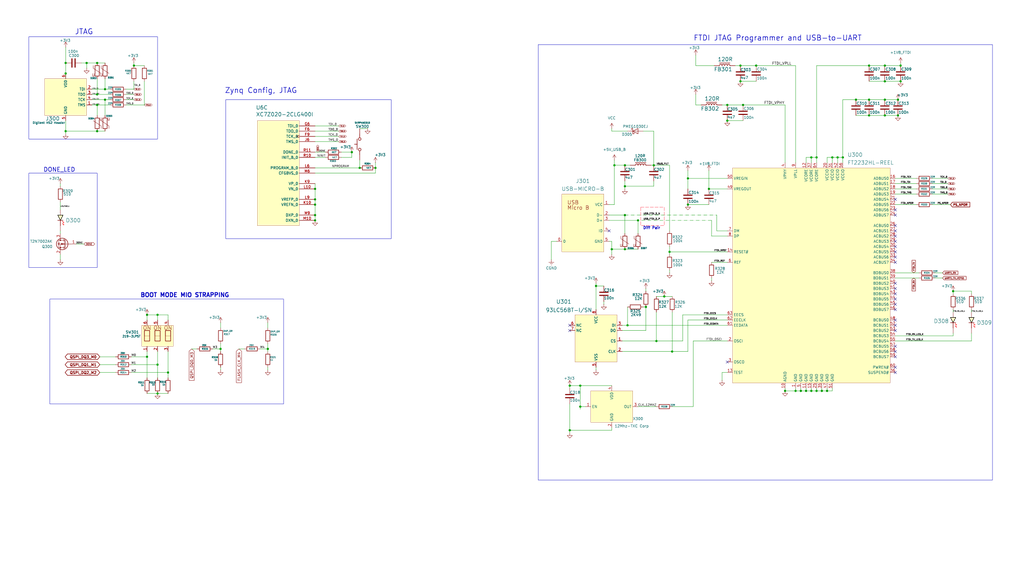
<source format=kicad_sch>
(kicad_sch (version 20231120) (generator "eeschema") (generator_version "8.0")
  (paper "User" 495.3 279.4)
  (title_block (title "Zynq Config, JTAG, Debug") (date "2024-11-30") (rev "1"))
  (junction (at 461.01 140.97))
  (junction (at 31.75 30.48))
  (junction (at 129.54 168.91))
  (junction (at 280.67 186.69))
  (junction (at 50.8 43.18))
  (junction (at 394.97 76.2))
  (junction (at 392.43 189.23))
  (junction (at 152.4 106.68))
  (junction (at 379.73 189.23))
  (junction (at 325.12 170.18))
  (junction (at 50.8 48.26))
  (junction (at 321.31 143.51))
  (junction (at 181.61 81.28))
  (junction (at 106.68 168.91))
  (junction (at 332.74 99.06))
  (junction (at 152.4 96.52))
  (junction (at 394.97 189.23))
  (junction (at 31.75 63.5))
  (junction (at 358.14 31.75))
  (junction (at 420.37 31.75))
  (junction (at 427.99 31.75))
  (junction (at 427.99 55.88))
  (junction (at 308.61 106.68))
  (junction (at 389.89 189.23))
  (junction (at 435.61 39.37))
  (junction (at 170.18 73.66))
  (junction (at 275.59 208.28))
  (junction (at 275.59 186.69))
  (junction (at 152.4 104.14))
  (junction (at 71.12 152.4))
  (junction (at 407.67 76.2))
  (junction (at 71.12 172.72))
  (junction (at 332.74 86.36))
  (junction (at 302.26 104.14))
  (junction (at 295.91 120.65))
  (junction (at 365.76 31.75))
  (junction (at 46.99 50.8))
  (junction (at 342.9 91.44))
  (junction (at 435.61 31.75))
  (junction (at 392.43 76.2))
  (junction (at 303.53 157.48))
  (junction (at 280.67 196.85))
  (junction (at 302.26 120.65))
  (junction (at 358.14 39.37))
  (junction (at 384.81 189.23))
  (junction (at 76.2 176.53))
  (junction (at 152.4 99.06))
  (junction (at 76.2 190.5))
  (junction (at 427.99 39.37))
  (junction (at 420.37 55.88))
  (junction (at 288.29 138.43))
  (junction (at 323.85 121.92))
  (junction (at 434.34 55.88))
  (junction (at 359.41 50.8))
  (junction (at 46.99 45.72))
  (junction (at 420.37 48.26))
  (junction (at 397.51 189.23))
  (junction (at 302.26 80.01))
  (junction (at 152.4 91.44))
  (junction (at 297.18 80.01))
  (junction (at 312.42 148.59))
  (junction (at 173.99 81.28))
  (junction (at 387.35 189.23))
  (junction (at 427.99 48.26))
  (junction (at 434.34 48.26))
  (junction (at 302.26 90.17))
  (junction (at 31.75 35.56))
  (junction (at 351.79 58.42))
  (junction (at 76.2 152.4))
  (junction (at 414.02 48.26))
  (junction (at 400.05 189.23))
  (junction (at 351.79 50.8))
  (junction (at 64.77 31.75))
  (junction (at 46.99 30.48))
  (junction (at 405.13 76.2))
  (junction (at 46.99 63.5))
  (junction (at 402.59 76.2))
  (junction (at 317.5 165.1))
  (junction (at 81.28 180.34))
  (junction (at 316.23 80.01))
  (junction (at 41.91 30.48))
  (no_connect (at 433.07 170.18))
  (no_connect (at 433.07 167.64))
  (no_connect (at 433.07 157.48))
  (no_connect (at 433.07 111.76))
  (no_connect (at 433.07 127))
  (no_connect (at 433.07 160.02))
  (no_connect (at 433.07 144.78))
  (no_connect (at 433.07 124.46))
  (no_connect (at 351.79 175.26))
  (no_connect (at 433.07 177.8))
  (no_connect (at 433.07 121.92))
  (no_connect (at 433.07 147.32))
  (no_connect (at 433.07 101.6))
  (no_connect (at 433.07 180.34))
  (no_connect (at 275.59 157.48))
  (no_connect (at 433.07 172.72))
  (no_connect (at 433.07 116.84))
  (no_connect (at 433.07 109.22))
  (no_connect (at 433.07 139.7))
  (no_connect (at 433.07 119.38))
  (no_connect (at 433.07 142.24))
  (no_connect (at 433.07 137.16))
  (no_connect (at 433.07 149.86))
  (no_connect (at 433.07 114.3))
  (no_connect (at 433.07 96.52))
  (no_connect (at 433.07 104.14))
  (no_connect (at 275.59 160.02))
  (no_connect (at 433.07 154.94))
  (no_connect (at 294.64 111.76))
  (wire (pts (xy 308.61 106.68) (xy 294.64 106.68)))
  (wire (pts (xy 46.99 45.72) (xy 53.34 45.72)))
  (wire (pts (xy 31.75 63.5) (xy 31.75 58.42)))
  (wire (pts (xy 302.26 90.17) (xy 302.26 91.44)))
  (wire (pts (xy 29.21 97.79) (xy 29.21 101.6)))
  (wire (pts (xy 443.23 93.98) (xy 433.07 93.98)))
  (wire (pts (xy 325.12 151.13) (xy 325.12 170.18)))
  (wire (pts (xy 295.91 63.5) (xy 303.53 63.5)))
  (wire (pts (xy 300.99 157.48) (xy 303.53 157.48)))
  (wire (pts (xy 275.59 208.28) (xy 295.91 208.28)))
  (wire (pts (xy 48.26 172.72) (xy 55.88 172.72)))
  (wire (pts (xy 106.68 170.18) (xy 106.68 168.91)))
  (wire (pts (xy 294.64 99.06) (xy 297.18 99.06)))
  (wire (pts (xy 397.51 189.23) (xy 400.05 189.23)))
  (wire (pts (xy 312.42 148.59) (xy 312.42 160.02)))
  (wire (pts (xy 407.67 48.26) (xy 414.02 48.26)))
  (wire (pts (xy 317.5 165.1) (xy 330.2 165.1)))
  (wire (pts (xy 280.67 196.85) (xy 283.21 196.85)))
  (wire (pts (xy 450.85 88.9) (xy 458.47 88.9)))
  (wire (pts (xy 50.8 30.48) (xy 46.99 30.48)))
  (wire (pts (xy 397.51 187.96) (xy 397.51 189.23)))
  (wire (pts (xy 312.42 139.7) (xy 312.42 140.97)))
  (wire (pts (xy 302.26 113.03) (xy 302.26 104.14)))
  (wire (pts (xy 469.9 149.86) (xy 469.9 151.13)))
  (wire (pts (xy 115.57 168.91) (xy 118.11 168.91)))
  (wire (pts (xy 297.18 80.01) (xy 297.18 99.06)))
  (wire (pts (xy 443.23 91.44) (xy 433.07 91.44)))
  (wire (pts (xy 344.17 114.3) (xy 344.17 106.68)))
  (wire (pts (xy 308.61 113.03) (xy 308.61 106.68)))
  (wire (pts (xy 311.15 63.5) (xy 316.23 63.5)))
  (wire (pts (xy 152.4 96.52) (xy 152.4 99.06)))
  (wire (pts (xy 435.61 30.48) (xy 435.61 31.75)))
  (wire (pts (xy 29.21 88.9) (xy 29.21 90.17)))
  (wire (pts (xy 402.59 189.23) (xy 402.59 187.96)))
  (wire (pts (xy 325.12 170.18) (xy 332.74 170.18)))
  (wire (pts (xy 400.05 189.23) (xy 402.59 189.23)))
  (wire (pts (xy 349.25 180.34) (xy 351.79 180.34)))
  (wire (pts (xy 400.05 78.74) (xy 400.05 76.2)))
  (wire (pts (xy 50.8 55.88) (xy 50.8 48.26)))
  (wire (pts (xy 129.54 170.18) (xy 129.54 168.91)))
  (wire (pts (xy 76.2 152.4) (xy 81.28 152.4)))
  (wire (pts (xy 71.12 172.72) (xy 71.12 182.88)))
  (wire (pts (xy 152.4 60.96) (xy 163.83 60.96)))
  (wire (pts (xy 29.21 125.73) (xy 29.21 123.19)))
  (wire (pts (xy 81.28 152.4) (xy 81.28 154.94)))
  (wire (pts (xy 152.4 88.9) (xy 152.4 91.44)))
  (wire (pts (xy 427.99 55.88) (xy 434.34 55.88)))
  (wire (pts (xy 181.61 83.82) (xy 181.61 81.28)))
  (wire (pts (xy 64.77 30.48) (xy 64.77 31.75)))
  (wire (pts (xy 344.17 127) (xy 351.79 127)))
  (wire (pts (xy 129.54 179.07) (xy 129.54 177.8)))
  (wire (pts (xy 129.54 156.21) (xy 129.54 158.75)))
  (wire (pts (xy 336.55 26.67) (xy 336.55 31.75)))
  (wire (pts (xy 351.79 50.8) (xy 349.25 50.8)))
  (wire (pts (xy 336.55 50.8) (xy 339.09 50.8)))
  (wire (pts (xy 92.71 168.91) (xy 95.25 168.91)))
  (wire (pts (xy 288.29 138.43) (xy 292.1 138.43)))
  (wire (pts (xy 387.35 189.23) (xy 389.89 189.23)))
  (wire (pts (xy 288.29 138.43) (xy 288.29 149.86)))
  (wire (pts (xy 297.18 80.01) (xy 302.26 80.01)))
  (wire (pts (xy 31.75 64.77) (xy 31.75 63.5)))
  (wire (pts (xy 295.91 116.84) (xy 294.64 116.84)))
  (wire (pts (xy 297.18 77.47) (xy 297.18 80.01)))
  (wire (pts (xy 469.9 165.1) (xy 433.07 165.1)))
  (wire (pts (xy 407.67 76.2) (xy 407.67 78.74)))
  (wire (pts (xy 46.99 50.8) (xy 53.34 50.8)))
  (wire (pts (xy 50.8 43.18) (xy 53.34 43.18)))
  (wire (pts (xy 165.1 76.2) (xy 170.18 76.2)))
  (wire (pts (xy 275.59 186.69) (xy 280.67 186.69)))
  (wire (pts (xy 461.01 140.97) (xy 461.01 142.24)))
  (wire (pts (xy 275.59 186.69) (xy 275.59 187.96)))
  (wire (pts (xy 292.1 147.32) (xy 292.1 146.05)))
  (wire (pts (xy 170.18 76.2) (xy 170.18 73.66)))
  (wire (pts (xy 351.79 58.42) (xy 359.41 58.42)))
  (wire (pts (xy 392.43 76.2) (xy 392.43 78.74)))
  (wire (pts (xy 420.37 55.88) (xy 427.99 55.88)))
  (wire (pts (xy 414.02 55.88) (xy 420.37 55.88)))
  (wire (pts (xy 302.26 87.63) (xy 302.26 90.17)))
  (wire (pts (xy 76.2 170.18) (xy 76.2 176.53)))
  (wire (pts (xy 358.14 31.75) (xy 355.6 31.75)))
  (wire (pts (xy 323.85 111.76) (xy 323.85 80.01)))
  (wire (pts (xy 29.21 111.76) (xy 29.21 113.03)))
  (wire (pts (xy 303.53 157.48) (xy 351.79 157.48)))
  (wire (pts (xy 450.85 91.44) (xy 458.47 91.44)))
  (wire (pts (xy 342.9 91.44) (xy 351.79 91.44)))
  (wire (pts (xy 50.8 38.1) (xy 50.8 43.18)))
  (wire (pts (xy 389.89 78.74) (xy 389.89 76.2)))
  (wire (pts (xy 300.99 170.18) (xy 325.12 170.18)))
  (wire (pts (xy 266.7 116.84) (xy 266.7 125.73)))
  (wire (pts (xy 325.12 196.85) (xy 335.28 196.85)))
  (wire (pts (xy 300.99 160.02) (xy 312.42 160.02)))
  (wire (pts (xy 450.85 99.06) (xy 459.74 99.06)))
  (wire (pts (xy 76.2 182.88) (xy 76.2 176.53)))
  (wire (pts (xy 181.61 78.74) (xy 181.61 81.28)))
  (wire (pts (xy 349.25 184.15) (xy 349.25 180.34)))
  (wire (pts (xy 332.74 170.18) (xy 332.74 154.94)))
  (wire (pts (xy 152.4 104.14) (xy 152.4 106.68)))
  (wire (pts (xy 394.97 31.75) (xy 420.37 31.75)))
  (wire (pts (xy 323.85 121.92) (xy 323.85 123.19)))
  (wire (pts (xy 452.12 134.62) (xy 455.93 134.62)))
  (wire (pts (xy 384.81 189.23) (xy 387.35 189.23)))
  (wire (pts (xy 450.85 93.98) (xy 458.47 93.98)))
  (wire (pts (xy 379.73 189.23) (xy 384.81 189.23)))
  (wire (pts (xy 46.99 30.48) (xy 41.91 30.48)))
  (wire (pts (xy 389.89 189.23) (xy 392.43 189.23)))
  (wire (pts (xy 427.99 48.26) (xy 434.34 48.26)))
  (wire (pts (xy 152.4 66.04) (xy 163.83 66.04)))
  (wire (pts (xy 152.4 76.2) (xy 157.48 76.2)))
  (wire (pts (xy 394.97 76.2) (xy 394.97 78.74)))
  (wire (pts (xy 125.73 168.91) (xy 129.54 168.91)))
  (wire (pts (xy 323.85 121.92) (xy 323.85 119.38)))
  (wire (pts (xy 392.43 187.96) (xy 392.43 189.23)))
  (wire (pts (xy 351.79 114.3) (xy 344.17 114.3)))
  (wire (pts (xy 392.43 76.2) (xy 394.97 76.2)))
  (wire (pts (xy 384.81 187.96) (xy 384.81 189.23)))
  (wire (pts (xy 31.75 38.1) (xy 31.75 35.56)))
  (wire (pts (xy 295.91 123.19) (xy 295.91 120.65)))
  (wire (pts (xy 152.4 81.28) (xy 173.99 81.28)))
  (wire (pts (xy 81.28 182.88) (xy 81.28 180.34)))
  (wire (pts (xy 295.91 62.23) (xy 295.91 63.5)))
  (wire (pts (xy 177.8 62.23) (xy 173.99 62.23)))
  (wire (pts (xy 335.28 165.1) (xy 351.79 165.1)))
  (wire (pts (xy 71.12 154.94) (xy 71.12 152.4)))
  (wire (pts (xy 76.2 152.4) (xy 76.2 154.94)))
  (wire (pts (xy 152.4 83.82) (xy 181.61 83.82)))
  (wire (pts (xy 36.83 118.11) (xy 40.64 118.11)))
  (wire (pts (xy 336.55 45.72) (xy 336.55 50.8)))
  (wire (pts (xy 443.23 99.06) (xy 433.07 99.06)))
  (wire (pts (xy 129.54 168.91) (xy 129.54 166.37)))
  (wire (pts (xy 346.71 111.76) (xy 351.79 111.76)))
  (wire (pts (xy 469.9 140.97) (xy 469.9 142.24)))
  (wire (pts (xy 420.37 31.75) (xy 427.99 31.75)))
  (wire (pts (xy 351.79 86.36) (xy 332.74 86.36)))
  (wire (pts (xy 316.23 80.01) (xy 314.96 80.01)))
  (wire (pts (xy 461.01 162.56) (xy 461.01 161.29)))
  (wire (pts (xy 44.45 50.8) (xy 46.99 50.8)))
  (wire (pts (xy 288.29 179.07) (xy 288.29 177.8)))
  (wire (pts (xy 295.91 186.69) (xy 280.67 186.69)))
  (wire (pts (xy 41.91 30.48) (xy 41.91 33.02)))
  (wire (pts (xy 346.71 104.14) (xy 346.71 111.76)))
  (wire (pts (xy 69.85 50.8) (xy 69.85 39.37)))
  (wire (pts (xy 311.15 148.59) (xy 312.42 148.59)))
  (wire (pts (xy 433.07 134.62) (xy 444.5 134.62)))
  (wire (pts (xy 106.68 156.21) (xy 106.68 158.75)))
  (wire (pts (xy 44.45 45.72) (xy 46.99 45.72)))
  (wire (pts (xy 316.23 63.5) (xy 316.23 80.01)))
  (wire (pts (xy 316.23 80.01) (xy 323.85 80.01)))
  (wire (pts (xy 63.5 180.34) (xy 81.28 180.34)))
  (wire (pts (xy 394.97 187.96) (xy 394.97 189.23)))
  (wire (pts (xy 443.23 88.9) (xy 433.07 88.9)))
  (wire (pts (xy 64.77 43.18) (xy 60.96 43.18)))
  (wire (pts (xy 71.12 170.18) (xy 71.12 172.72)))
  (wire (pts (xy 152.4 68.58) (xy 163.83 68.58)))
  (wire (pts (xy 64.77 31.75) (xy 69.85 31.75)))
  (wire (pts (xy 332.74 86.36) (xy 332.74 82.55)))
  (wire (pts (xy 461.01 140.97) (xy 469.9 140.97)))
  (wire (pts (xy 336.55 31.75) (xy 345.44 31.75)))
  (wire (pts (xy 71.12 190.5) (xy 76.2 190.5)))
  (wire (pts (xy 294.64 104.14) (xy 302.26 104.14)))
  (wire (pts (xy 288.29 137.16) (xy 288.29 138.43)))
  (wire (pts (xy 302.26 120.65) (xy 308.61 120.65)))
  (wire (pts (xy 452.12 132.08) (xy 455.93 132.08)))
  (wire (pts (xy 389.89 187.96) (xy 389.89 189.23)))
  (wire (pts (xy 332.74 154.94) (xy 351.79 154.94)))
  (wire (pts (xy 31.75 22.86) (xy 31.75 30.48)))
  (wire (pts (xy 444.5 132.08) (xy 433.07 132.08)))
  (wire (pts (xy 469.9 161.29) (xy 469.9 165.1)))
  (wire (pts (xy 64.77 39.37) (xy 64.77 43.18)))
  (wire (pts (xy 387.35 187.96) (xy 387.35 189.23)))
  (wire (pts (xy 321.31 143.51) (xy 325.12 143.51)))
  (wire (pts (xy 400.05 76.2) (xy 402.59 76.2)))
  (wire (pts (xy 152.4 63.5) (xy 163.83 63.5)))
  (wire (pts (xy 342.9 82.55) (xy 342.9 91.44)))
  (wire (pts (xy 389.89 76.2) (xy 392.43 76.2)))
  (wire (pts (xy 48.26 180.34) (xy 55.88 180.34)))
  (wire (pts (xy 359.41 50.8) (xy 379.73 50.8)))
  (wire (pts (xy 295.91 120.65) (xy 295.91 116.84)))
  (wire (pts (xy 344.17 135.89) (xy 344.17 134.62)))
  (wire (pts (xy 365.76 31.75) (xy 384.81 31.75)))
  (wire (pts (xy 63.5 172.72) (xy 71.12 172.72)))
  (wire (pts (xy 48.26 176.53) (xy 55.88 176.53)))
  (wire (pts (xy 300.99 165.1) (xy 317.5 165.1)))
  (wire (pts (xy 71.12 152.4) (xy 76.2 152.4)))
  (wire (pts (xy 46.99 38.1) (xy 46.99 45.72)))
  (wire (pts (xy 152.4 91.44) (xy 152.4 96.52)))
  (wire (pts (xy 330.2 165.1) (xy 330.2 152.4)))
  (wire (pts (xy 402.59 76.2) (xy 402.59 78.74)))
  (wire (pts (xy 170.18 73.66) (xy 165.1 73.66)))
  (wire (pts (xy 405.13 76.2) (xy 405.13 78.74)))
  (wire (pts (xy 420.37 48.26) (xy 427.99 48.26)))
  (wire (pts (xy 384.81 78.74) (xy 384.81 31.75)))
  (wire (pts (xy 400.05 187.96) (xy 400.05 189.23)))
  (wire (pts (xy 275.59 209.55) (xy 275.59 208.28)))
  (wire (pts (xy 152.4 99.06) (xy 152.4 104.14)))
  (wire (pts (xy 60.96 45.72) (xy 64.77 45.72)))
  (wire (pts (xy 60.96 50.8) (xy 69.85 50.8)))
  (wire (pts (xy 106.68 179.07) (xy 106.68 177.8)))
  (wire (pts (xy 44.45 43.18) (xy 50.8 43.18)))
  (wire (pts (xy 323.85 132.08) (xy 323.85 130.81)))
  (wire (pts (xy 275.59 208.28) (xy 275.59 195.58)))
  (wire (pts (xy 308.61 196.85) (xy 317.5 196.85)))
  (wire (pts (xy 157.48 73.66) (xy 152.4 73.66)))
  (wire (pts (xy 358.14 31.75) (xy 365.76 31.75)))
  (wire (pts (xy 414.02 48.26) (xy 420.37 48.26)))
  (wire (pts (xy 76.2 176.53) (xy 63.5 176.53)))
  (wire (pts (xy 405.13 76.2) (xy 407.67 76.2)))
  (wire (pts (xy 394.97 76.2) (xy 394.97 31.75)))
  (wire (pts (xy 420.37 39.37) (xy 427.99 39.37)))
  (wire (pts (xy 317.5 151.13) (xy 317.5 165.1)))
  (wire (pts (xy 46.99 63.5) (xy 50.8 63.5)))
  (wire (pts (xy 427.99 31.75) (xy 435.61 31.75)))
  (wire (pts (xy 44.45 48.26) (xy 50.8 48.26)))
  (wire (pts (xy 50.8 48.26) (xy 53.34 48.26)))
  (wire (pts (xy 351.79 121.92) (xy 323.85 121.92)))
  (wire (pts (xy 280.67 186.69) (xy 280.67 196.85)))
  (wire (pts (xy 295.91 120.65) (xy 302.26 120.65)))
  (wire (pts (xy 433.07 162.56) (xy 461.01 162.56)))
  (wire (pts (xy 332.74 86.36) (xy 332.74 91.44)))
  (wire (pts (xy 358.14 39.37) (xy 365.76 39.37)))
  (wire (pts (xy 335.28 196.85) (xy 335.28 165.1)))
  (wire (pts (xy 427.99 39.37) (xy 435.61 39.37)))
  (wire (pts (xy 317.5 143.51) (xy 321.31 143.51)))
  (wire (pts (xy 31.75 63.5) (xy 46.99 63.5)))
  (wire (pts (xy 379.73 78.74) (xy 379.73 50.8)))
  (wire (pts (xy 316.23 90.17) (xy 302.26 90.17)))
  (wire (pts (xy 302.26 104.14) (xy 346.71 104.14)) (stroke (width 0) (type dash_dot)))
  (wire (pts (xy 379.73 187.96) (xy 379.73 189.23)))
  (wire (pts (xy 39.37 30.48) (xy 41.91 30.48)))
  (wire (pts (xy 76.2 190.5) (xy 81.28 190.5)))
  (wire (pts (xy 266.7 116.84) (xy 269.24 116.84)))
  (wire (pts (xy 443.23 86.36) (xy 433.07 86.36)))
  (wire (pts (xy 173.99 77.47) (xy 173.99 81.28)))
  (wire (pts (xy 461.01 149.86) (xy 461.01 151.13)))
  (wire (pts (xy 303.53 148.59) (xy 303.53 157.48)))
  (wire (pts (xy 280.67 198.12) (xy 280.67 196.85)))
  (wire (pts (xy 394.97 189.23) (xy 397.51 189.23)))
  (wire (pts (xy 64.77 48.26) (xy 60.96 48.26)))
  (wire (pts (xy 392.43 189.23) (xy 394.97 189.23)))
  (wire (pts (xy 106.68 168.91) (xy 106.68 166.37)))
  (wire (pts (xy 332.74 99.06) (xy 342.9 99.06)))
  (wire (pts (xy 102.87 168.91) (xy 106.68 168.91)))
  (wire (pts (xy 316.23 87.63) (xy 316.23 90.17)))
  (wire (pts (xy 450.85 86.36) (xy 458.47 86.36)))
  (wire (pts (xy 344.17 106.68) (xy 308.61 106.68)) (stroke (width 0) (type dash_dot)))
  (wire (pts (xy 46.99 55.88) (xy 46.99 50.8)))
  (wire (pts (xy 402.59 76.2) (xy 405.13 76.2)))
  (wire (pts (xy 407.67 76.2) (xy 407.67 48.26)))
  (wire (pts (xy 31.75 35.56) (xy 31.75 30.48)))
  (wire (pts (xy 295.91 208.28) (xy 295.91 207.01)))
  (wire (pts (xy 304.8 80.01) (xy 302.26 80.01)))
  (wire (pts (xy 81.28 180.34) (xy 81.28 170.18)))
  (wire (pts (xy 330.2 152.4) (xy 351.79 152.4)))
  (wire (pts (xy 351.79 50.8) (xy 359.41 50.8)))
  (rectangle (start 109.22 48.26) (end 189.23 115.57))
  (rectangle (start 260.35 21.59) (end 480.06 232.41))
  (rectangle (start 24.13 144.78) (end 137.16 195.58))
  (rectangle (start 13.97 17.78) (end 76.2 67.31))
  (rectangle (start 13.97 83.82) (end 46.99 129.54))
  (rectangle (start 309.88 100.33) (end 321.31 109.22) (stroke (width 0) (type dash) (color 255 55 76 1)))
  (text "Diff Pair" (at 315.214 110.49 0) (effects (font (size 1.27 1.27) (thickness 0.254) (bold yes))))
  (text "JTAG" (at 40.64 15.494 0) (effects (font (size 2.54 2.54) (thickness 0.254) (bold yes))))
  (text "Zynq Config, JTAG" (at 126.238 43.942 0) (effects (font (size 2.54 2.54) (thickness 0.254) (bold yes))))
  (text "BOOT MODE MIO STRAPPING" (at 89.408 143.002 0) (effects (font (size 2.032 2.032) (thickness 0.4064) (bold yes))))
  (text "FTDI JTAG Programmer and USB-to-UART" (at 376.174 18.542 0) (effects (font (size 2.54 2.54) (thickness 0.254) (bold yes))))
  (text "DONE_LED" (at 28.702 82.296 0) (effects (font (size 2.032 2.032) (thickness 0.254) (bold yes))))
  (label "TCK_0" (at 60.96 48.26 0) (effects (font (size 0.762 0.762) (thickness 0.127))))
  (label "TCK_0" (at 454.66 86.36 0) (effects (font (size 0.762 0.762) (thickness 0.254) (bold yes))))
  (label "JTAG_TDI" (at 44.45 43.18 0) (effects (font (size 0.508 0.508) (thickness 0.0635))))
  (label "NINIT" (at 157.48 76.2 180) (effects (font (size 1.016 1.016) (thickness 0.127))))
  (label "JTAG_TD0" (at 44.45 45.72 0) (effects (font (size 0.508 0.508) (thickness 0.0635))))
  (label "TDI_0" (at 158.75 60.96 0) (effects (font (size 1.016 1.016) (thickness 0.127))))
  (label "TDI_0" (at 64.77 41.91 0) (effects (font (size 0.762 0.762) (thickness 0.127))))
  (label "FTDI_TX_LED_A" (at 469.9 151.13 0) (effects (font (size 0.508 0.508) (thickness 0.254) (bold yes))))
  (label "JTAG_TMS" (at 44.45 50.8 0) (effects (font (size 0.508 0.508) (thickness 0.0635))))
  (label "FTDI_NRST" (at 345.44 121.92 0) (effects (font (size 0.762 0.762) (thickness 0.254) (bold yes))))
  (label "NPROGRAM" (at 168.91 81.28 180) (effects (font (size 1.016 1.016) (thickness 0.127))))
  (label "M4" (at 125.73 168.91 0) (effects (font (size 1.016 1.016))))
  (label "FTDI_EEDATA" (at 340.36 157.48 0) (effects (font (size 0.762 0.762) (thickness 0.254) (bold yes))))
  (label "TDI_0" (at 454.66 88.9 0) (effects (font (size 0.762 0.762) (thickness 0.254) (bold yes))))
  (label "FTDI_VPLL" (at 373.38 31.75 0) (effects (font (thickness 0.1588))))
  (label "FTDI_RX_LED_K" (at 438.15 162.56 0) (effects (font (size 0.762 0.762) (thickness 0.254) (bold yes))))
  (label "TMS_0" (at 454.66 93.98 0) (effects (font (size 0.762 0.762) (thickness 0.254) (bold yes))))
  (label "FTDI_TMS" (at 435.61 93.98 0) (effects (font (size 0.762 0.762) (thickness 0.254) (bold yes))))
  (label "FTDI_TDI" (at 435.61 88.9 0) (effects (font (size 0.762 0.762) (thickness 0.254) (bold yes))))
  (label "FTDI_OSCI" (at 341.63 165.1 0) (effects (font (size 1.016 1.016) (thickness 0.127))))
  (label "FTDI_TCK" (at 435.61 86.36 0) (effects (font (size 0.762 0.762) (thickness 0.254) (bold yes))))
  (label "M3" (at 102.87 168.91 0) (effects (font (size 1.016 1.016))))
  (label "FTDI_NPOR" (at 435.61 99.06 0) (effects (font (size 0.762 0.762) (thickness 0.254) (bold yes))))
  (label "M2" (at 63.5 180.34 0) (effects (font (size 1.016 1.016))))
  (label "DONE" (at 157.48 73.66 180) (effects (font (size 0.762 0.762) (thickness 0.127))))
  (label "FTDI_TDO" (at 435.61 91.44 0) (effects (font (size 0.762 0.762) (thickness 0.254) (bold yes))))
  (label "PS_NPOR" (at 453.39 99.06 0) (effects (font (size 0.762 0.762) (thickness 0.254) (bold yes))))
  (label "FTDI_RX_LED_A" (at 461.01 151.13 0) (effects (font (size 0.508 0.508) (thickness 0.254) (bold yes))))
  (label "USB_FTDI_D_N" (at 311.15 104.14 0) (effects (font (size 0.762 0.762) (thickness 0.254) (bold yes))))
  (label "TDO_0" (at 158.75 63.5 0) (effects (font (size 1.016 1.016))))
  (label "FTDI_REF" (at 345.44 127 0) (effects (font (size 0.762 0.762) (thickness 0.254) (bold yes))))
  (label "FTDI_TX_LED_K" (at 438.15 165.1 0) (effects (font (size 0.762 0.762) (thickness 0.254) (bold yes))))
  (label "TMS_0" (at 158.75 68.58 0) (effects (font (size 1.016 1.016) (thickness 0.127))))
  (label "DONE" (at 36.83 118.11 0) (effects (font (size 0.762 0.762))))
  (label "FTDI_EECLK" (at 340.36 154.94 0) (effects (font (size 0.762 0.762) (thickness 0.254) (bold yes))))
  (label "JTAG_TCK" (at 44.45 48.26 0) (effects (font (size 0.508 0.508) (thickness 0.0635))))
  (label "VSUB_FILT" (at 317.5 80.01 0) (effects (font (size 0.762 0.762) (thickness 0.254) (bold yes))))
  (label "TDO_0" (at 60.96 45.72 0) (effects (font (size 0.762 0.762) (thickness 0.127))))
  (label "FTDI_EECS" (at 340.36 152.4 0) (effects (font (size 0.762 0.762) (thickness 0.254) (bold yes))))
  (label "TCK_0" (at 158.75 66.04 0) (effects (font (size 1.016 1.016) (thickness 0.127))))
  (label "CLK_12MHZ" (at 308.61 196.85 0) (effects (font (size 1.016 1.016) (thickness 0.127))))
  (label "TDO_0" (at 454.66 91.44 0) (effects (font (size 0.762 0.762) (thickness 0.254) (bold yes))))
  (label "FTDI_VPHY" (at 369.57 50.8 0) (effects (font (thickness 0.1588))))
  (label "M1" (at 63.5 176.53 0) (effects (font (size 1.016 1.016))))
  (label "USB_FTDI_D_P" (at 311.15 106.68 0) (effects (font (size 0.762 0.762) (thickness 0.254) (bold yes))))
  (label "TMS_0" (at 60.96 50.8 0) (effects (font (size 0.762 0.762) (thickness 0.127))))
  (label "M0" (at 63.5 172.72 0) (effects (font (size 1.016 1.016))))
  (label "LED_PWR_A" (at 29.21 100.33 0) (effects (font (size 0.508 0.508) (thickness 0.254) (bold yes))))
  (global_label "FTDI_RX" (shape input) (at 441.96 134.62 270) (effects (font (size 0.762 0.762) (thickness 0.254) (bold yes))) (property "Intersheetrefs" "${INTERSHEET_REFS}" (effects (hide yes))))
  (global_label "TDI_0" (shape bidirectional) (at 64.77 43.18 0) (effects (font (size 0.508 0.508))) (property "Intersheetrefs" "${INTERSHEET_REFS}" (effects (hide yes))))
  (global_label "TDO_0" (shape bidirectional) (at 64.77 45.72 0) (effects (font (size 0.508 0.508))) (property "Intersheetrefs" "${INTERSHEET_REFS}" (effects (hide yes))))
  (global_label "TMS_0" (shape bidirectional) (at 163.83 68.58 0) (effects (font (size 0.508 0.508))) (property "Intersheetrefs" "${INTERSHEET_REFS}" (effects (hide yes))))
  (global_label "FLASH_CLK_M4" (shape input) (at 115.57 168.91 270) (effects (font (thickness 0.1588))) (property "Intersheetrefs" "${INTERSHEET_REFS}" (effects (hide yes))))
  (global_label "TCK_0" (shape bidirectional) (at 64.77 48.26 0) (effects (font (size 0.508 0.508))) (property "Intersheetrefs" "${INTERSHEET_REFS}" (effects (hide yes))))
  (global_label "TDI_0" (shape bidirectional) (at 458.47 88.9 0) (effects (font (size 0.508 0.508))) (property "Intersheetrefs" "${INTERSHEET_REFS}" (effects (hide yes))))
  (global_label "DONE" (shape bidirectional) (at 40.64 118.11 0) (effects (font (size 0.762 0.762))) (property "Intersheetrefs" "${INTERSHEET_REFS}" (effects (hide yes))))
  (global_label "QSPI_DQ0_M3" (shape input) (at 92.71 168.91 270) (effects (font (thickness 0.1588))) (property "Intersheetrefs" "${INTERSHEET_REFS}" (effects (hide yes))))
  (global_label "TMS_0" (shape bidirectional) (at 69.85 50.8 0) (effects (font (size 0.508 0.508))) (property "Intersheetrefs" "${INTERSHEET_REFS}" (effects (hide yes))))
  (global_label "DONE" (shape bidirectional) (at 153.67 73.66 90) (effects (font (size 0.508 0.508))) (property "Intersheetrefs" "${INTERSHEET_REFS}" (effects (hide yes))))
  (global_label "TCK_0" (shape bidirectional) (at 163.83 66.04 0) (effects (font (size 0.508 0.508))) (property "Intersheetrefs" "${INTERSHEET_REFS}" (effects (hide yes))))
  (global_label "FTDI_TX" (shape input) (at 441.96 132.08 90) (effects (font (size 0.762 0.762) (thickness 0.254) (bold yes))) (property "Intersheetrefs" "${INTERSHEET_REFS}" (effects (hide yes))))
  (global_label "UART1_TX_VCFG1" (shape input) (at 455.93 134.62 0) (effects (font (size 0.762 0.762) (thickness 0.254) (bold yes))) (property "Intersheetrefs" "${INTERSHEET_REFS}" (effects (hide yes))))
  (global_label "QSPI_DQ2_M2" (shape bidirectional) (at 48.26 180.34 180) (effects (font (thickness 0.254) (bold yes))) (property "Intersheetrefs" "${INTERSHEET_REFS}" (effects (hide yes))))
  (global_label "QSPI_DQ3_M0" (shape bidirectional) (at 48.26 172.72 180) (effects (font (thickness 0.254) (bold yes))) (property "Intersheetrefs" "${INTERSHEET_REFS}" (effects (hide yes))))
  (global_label "TDO_0" (shape bidirectional) (at 163.83 63.5 0) (effects (font (size 0.508 0.508))) (property "Intersheetrefs" "${INTERSHEET_REFS}" (effects (hide yes))))
  (global_label "PS_NPOR" (shape input) (at 459.74 99.06 0) (effects (font (size 1.016 1.016) (thickness 0.254) (bold yes))) (property "Intersheetrefs" "${INTERSHEET_REFS}" (effects (hide yes))))
  (global_label "TMS_0" (shape bidirectional) (at 458.47 93.98 0) (effects (font (size 0.508 0.508))) (property "Intersheetrefs" "${INTERSHEET_REFS}" (effects (hide yes))))
  (global_label "TCK_0" (shape bidirectional) (at 458.47 86.36 0) (effects (font (size 0.508 0.508))) (property "Intersheetrefs" "${INTERSHEET_REFS}" (effects (hide yes))))
  (global_label "QSPI_DQ1_M1" (shape bidirectional) (at 48.26 176.53 180) (effects (font (thickness 0.254) (bold yes))) (property "Intersheetrefs" "${INTERSHEET_REFS}" (effects (hide yes))))
  (global_label "TDI_0" (shape bidirectional) (at 163.83 60.96 0) (effects (font (size 0.508 0.508))) (property "Intersheetrefs" "${INTERSHEET_REFS}" (effects (hide yes))))
  (global_label "UART1_RX" (shape input) (at 455.93 132.08 0) (effects (font (size 0.762 0.762) (thickness 0.254) (bold yes))) (property "Intersheetrefs" "${INTERSHEET_REFS}" (effects (hide yes))))
  (global_label "TDO_0" (shape bidirectional) (at 458.47 91.44 0) (effects (font (size 0.508 0.508))) (property "Intersheetrefs" "${INTERSHEET_REFS}" (effects (hide yes))))
  (symbol (lib_id "Device:R") (at 29.21 93.98 180) (unit 1)
    (property "Reference" "R309" (at 32.766 92.456 0))
    (property "Value" "510" (at 32.512 93.98 0))
    (property "Footprint" "Resistor_SMD:R_0402_1005Metric" (effects (hide yes)))
    (property "Description" "Resistor" (effects (hide yes)))
    (property "LCSC" "C1119" (effects (hide yes)))
    (property "Manufacturer Part Number" "RC-02W511JT" (effects (hide yes)))
  )
  (symbol (lib_id "Device:R") (at 447.04 99.06 270) (unit 1)
    (property "Reference" "R333" (at 447.04 99.06 90) (effects (font (size 0.762 0.762))))
    (property "Value" "22R" (at 451.104 98.298 90) (effects (font (size 0.762 0.762))))
    (property "Footprint" "Resistor_SMD:R_0402_1005Metric" (effects (hide yes)))
    (property "Description" "Resistor" (effects (hide yes)))
    (property "LCSC" "C25092" (effects (hide yes)))
    (property "Manufacturer Part Number" "0402WGF220JTCE" (effects (hide yes)))
  )
  (symbol (lib_id "Device:Varistor") (at 46.99 34.29 0) (unit 1)
    (property "Reference" "D302" (at 43.688 37.846 0) (effects (font (size 0.762 0.762)) (justify left)))
    (property "Value" "Varistor" (effects (hide yes)))
    (property "Footprint" "easyeda2kicad_foorprint:C0402" (effects (hide yes)))
    (property "Description" "Voltage dependent resistor" (effects (hide yes)))
    (property "Sim.Name" "kicad_builtin_varistor" (effects (hide yes)))
    (property "Sim.Device" "SUBCKT" (effects (hide yes)))
    (property "Sim.Pins" "1=A 2=B" (effects (hide yes)))
    (property "Sim.Params" "threshold=1k" (effects (hide yes)))
    (property "Sim.Library" "${KICAD7_SYMBOL_DIR}/Simulation_SPICE.sp" (effects (hide yes)))
    (property "LCSC" "C2655393" (effects (hide yes)))
    (property "Manufacturer Part Number" "CG0402MLU-3.3G" (effects (hide yes)))
  )
  (symbol (lib_id "Device:C") (at 365.76 35.56 0) (unit 1)
    (property "Reference" "C304" (at 366.014 33.528 0) (effects (justify left)))
    (property "Value" "100n" (at 366.014 37.846 0) (effects (justify left)))
    (property "Footprint" "Capacitor_SMD:C_0402_1005Metric" (effects (hide yes)))
    (property "Description" "Unpolarized capacitor" (effects (hide yes)))
    (property "LCSC" "C1525" (effects (hide yes)))
    (property "Manufacturer Part Number" "CL05B104KO5NNNC" (effects (hide yes)))
  )
  (symbol (lib_id "power:+1V0") (at 321.31 143.51 0) (unit 1)
    (property "Reference" "#PWR0103" (effects (hide yes)))
    (property "Value" "+3V3" (at 318.262 140.97 0))
    (property "Description" "Power symbol creates a global label with name \"+1V0\"" (effects (hide yes)))
  )
  (symbol (lib_id "Device:R") (at 161.29 76.2 90) (unit 1)
    (property "Reference" "R303" (at 161.036 77.978 90) (effects (font (size 0.762 0.762))))
    (property "Value" "4K7" (at 161.798 76.2 90) (effects (font (size 0.762 0.762))))
    (property "Footprint" "Resistor_SMD:R_0402_1005Metric" (effects (hide yes)))
    (property "Description" "Resistor" (effects (hide yes)))
    (property "LCSC" "C25900" (effects (hide yes)))
    (property "Manufacturer Part Number" "0402WGF4701TCE" (effects (hide yes)))
  )
  (symbol (lib_id "power:+1V0") (at 64.77 30.48 0) (unit 1)
    (property "Reference" "#PWR066" (effects (hide yes)))
    (property "Value" "+3V3" (at 64.262 26.924 0))
    (property "Description" "Power symbol creates a global label with name \"+1V0\"" (effects (hide yes)))
  )
  (symbol (lib_id "power:+1V0") (at 461.01 140.97 0) (unit 1)
    (property "Reference" "#PWR091" (effects (hide yes)))
    (property "Value" "+3V3" (at 457.962 138.43 0))
    (property "Description" "Power symbol creates a global label with name \"+1V0\"" (effects (hide yes)))
  )
  (symbol (lib_id "Device:R") (at 321.31 196.85 270) (unit 1)
    (property "Reference" "R338" (at 321.31 196.85 90) (effects (font (size 0.762 0.762))))
    (property "Value" "22R" (at 325.374 196.088 90) (effects (font (size 0.762 0.762))))
    (property "Footprint" "Resistor_SMD:R_0402_1005Metric" (effects (hide yes)))
    (property "Description" "Resistor" (effects (hide yes)))
    (property "LCSC" "C25092" (effects (hide yes)))
    (property "Manufacturer Part Number" "0402WGF220JTCE" (effects (hide yes)))
  )
  (symbol (lib_id "power:GND") (at 275.59 209.55 0) (unit 1)
    (property "Reference" "#PWR0107" (effects (hide yes)))
    (property "Value" "GND" (effects (hide yes)))
    (property "Description" "Power symbol creates a global label with name \"GND\" , ground" (effects (hide yes)))
  )
  (symbol (lib_id "Device:C") (at 414.02 52.07 0) (unit 1)
    (property "Reference" "C310" (at 414.274 50.038 0) (effects (justify left)))
    (property "Value" "100n" (at 414.274 54.356 0) (effects (justify left)))
    (property "Footprint" "Capacitor_SMD:C_0402_1005Metric" (effects (hide yes)))
    (property "Description" "Unpolarized capacitor" (effects (hide yes)))
    (property "LCSC" "C1525" (effects (hide yes)))
    (property "Manufacturer Part Number" "CL05B104KO5NNNC" (effects (hide yes)))
  )
  (symbol (lib_id "power:GND") (at 29.21 125.73 0) (unit 1)
    (property "Reference" "#PWR076" (effects (hide yes)))
    (property "Value" "GND" (effects (hide yes)))
    (property "Description" "Power symbol creates a global label with name \"GND\" , ground" (effects (hide yes)))
  )
  (symbol (lib_id "power:GND") (at 288.29 179.07 0) (unit 1)
    (property "Reference" "#PWR0104" (effects (hide yes)))
    (property "Value" "GND" (effects (hide yes)))
    (property "Description" "Power symbol creates a global label with name \"GND\" , ground" (effects (hide yes)))
  )
  (symbol (lib_id "power:GND") (at 31.75 64.77 0) (unit 1)
    (property "Reference" "#PWR064" (effects (hide yes)))
    (property "Value" "GND" (effects (hide yes)))
    (property "Description" "Power symbol creates a global label with name \"GND\" , ground" (effects (hide yes)))
  )
  (symbol (lib_id "Device:R") (at 57.15 48.26 270) (unit 1)
    (property "Reference" "R307" (at 57.15 48.514 90) (effects (font (size 0.762 0.762))))
    (property "Value" "22R" (at 53.34 47.498 90) (effects (font (size 0.762 0.762))))
    (property "Footprint" "Resistor_SMD:R_0402_1005Metric" (effects (hide yes)))
    (property "Description" "Resistor" (effects (hide yes)))
    (property "LCSC" "C25092" (effects (hide yes)))
    (property "Manufacturer Part Number" "0402WGF220JTCE" (effects (hide yes)))
  )
  (symbol (lib_id "Device:R") (at 59.69 176.53 270) (unit 1)
    (property "Reference" "R312" (at 59.69 176.53 90) (effects (font (size 0.762 0.762))))
    (property "Value" "20K" (at 59.436 174.752 90) (effects (font (size 0.762 0.762))))
    (property "Footprint" "easyeda2kicad_foorprint:R0201" (effects (hide yes)))
    (property "Description" "Resistor" (effects (hide yes)))
    (property "LCSC" "C295787" (effects (hide yes)))
    (property "Manufacturer Part Number" "RC0201FR-0720KL" (effects (hide yes)))
  )
  (symbol (lib_id "Device:R") (at 448.31 132.08 270) (unit 1)
    (property "Reference" "R334" (at 448.31 132.08 90) (effects (font (size 0.762 0.762))))
    (property "Value" "22R" (at 452.374 131.318 90) (effects (font (size 0.762 0.762))))
    (property "Footprint" "Resistor_SMD:R_0402_1005Metric" (effects (hide yes)))
    (property "Description" "Resistor" (effects (hide yes)))
    (property "LCSC" "C25092" (effects (hide yes)))
    (property "Manufacturer Part Number" "0402WGF220JTCE" (effects (hide yes)))
  )
  (symbol (lib_id "Schematic-Lib-PhilsLab:LED_0402_RED") (at 469.9 156.21 270) (unit 1)
    (property "Reference" "D309" (at 472.44 156.2099 90) (effects (font (size 1.8288 1.8288)) (justify left)))
    (property "Value" "RED" (effects (hide yes)))
    (property "Footprint" "Footprint-Lib-PhilsLab:LED_0402_RED" (effects (hide yes)))
    (property "Description" "LED 0402 RED SMD" (effects (hide yes)))
    (property "LCSC" "C130719" (effects (hide yes)))
    (property "Manufacturer Part Number" "NCD0402R1" (effects (hide yes)))
  )
  (symbol (lib_id "Device:Varistor") (at 46.99 59.69 180) (unit 1)
    (property "Reference" "D304" (at 45.72 57.404 0) (effects (font (size 0.762 0.762)) (justify left)))
    (property "Value" "Varistor" (effects (hide yes)))
    (property "Footprint" "Diode_SMD:D_0402_1005Metric" (effects (hide yes)))
    (property "Description" "Voltage dependent resistor" (effects (hide yes)))
    (property "Sim.Name" "kicad_builtin_varistor" (effects (hide yes)))
    (property "Sim.Device" "SUBCKT" (effects (hide yes)))
    (property "Sim.Pins" "1=A 2=B" (effects (hide yes)))
    (property "Sim.Params" "threshold=1k" (effects (hide yes)))
    (property "Sim.Library" "${KICAD7_SYMBOL_DIR}/Simulation_SPICE.sp" (effects (hide yes)))
    (property "LCSC" "C2655393" (effects (hide yes)))
    (property "Manufacturer Part Number" "CG0402MLU-3.3G" (effects (hide yes)))
  )
  (symbol (lib_id "power:+5V") (at 297.18 77.47 0) (unit 1)
    (property "Reference" "#PWR095" (effects (hide yes)))
    (property "Value" "+5V_USB_B" (at 297.18 72.39 0))
    (property "Description" "Power symbol creates a global label with name \"+5V\"" (effects (hide yes)))
  )
  (symbol (lib_id "power:+1V0") (at 336.55 26.67 0) (unit 1)
    (property "Reference" "#PWR082" (effects (hide yes)))
    (property "Value" "+3V3" (at 335.788 23.114 0))
    (property "Description" "Power symbol creates a global label with name \"+1V0\"" (effects (hide yes)))
  )
  (symbol (lib_id "Device:C") (at 358.14 35.56 0) (unit 1)
    (property "Reference" "C303" (at 358.14 33.782 0) (effects (justify left)))
    (property "Value" "4u7" (at 358.14 37.592 0) (effects (justify left)))
    (property "Footprint" "Capacitor_SMD:C_0402_1005Metric" (effects (hide yes)))
    (property "Description" "Unpolarized capacitor" (effects (hide yes)))
    (property "LCSC" "C23733" (effects (hide yes)))
    (property "Manufacturer Part Number" "CL05A475MP5NRNC" (effects (hide yes)))
  )
  (symbol (lib_id "Device:R") (at 57.15 45.72 270) (unit 1)
    (property "Reference" "R306" (at 57.15 45.974 90) (effects (font (size 0.762 0.762))))
    (property "Value" "22R" (at 53.34 44.958 90) (effects (font (size 0.762 0.762))))
    (property "Footprint" "Resistor_SMD:R_0402_1005Metric" (effects (hide yes)))
    (property "Description" "Resistor" (effects (hide yes)))
    (property "LCSC" "C25092" (effects (hide yes)))
    (property "Manufacturer Part Number" "0402WGF220JTCE" (effects (hide yes)))
  )
  (symbol (lib_id "power:GND") (at 332.74 99.06 0) (unit 1)
    (property "Reference" "#PWR094" (effects (hide yes)))
    (property "Value" "GND" (effects (hide yes)))
    (property "Description" "Power symbol creates a global label with name \"GND\" , ground" (effects (hide yes)))
  )
  (symbol (lib_id "Schematic-Lib-PhilsLab:ECS-2520MV-130-BN-TR") (at 295.91 196.85 0) (unit 1)
    (property "Reference" "X300" (at 308.61 202.692 0))
    (property "Value" "12Mhz-TXC Corp" (at 305.562 206.248 0))
    (property "Footprint" "Footprint-Lib-PhilsLab:XTAL_2520" (effects (hide yes)))
    (property "Description" "Standard Clock Oscillators XO (Standard),13MHz,Standby (Power Down),CMOS, Multi-Volt,1.6 V 3.6 V,+/-50ppm,-40 C 85 C,6mA,Surface Mount,4-SMD, No Lead,(2.50mm x 2.00mm),(0.80mm)" (effects (hide yes)))
    (property "Manufacturer" "TXC Corp" (effects (hide yes)))
    (property "Manufacturer Part Number" "8W12000010" (effects (hide yes)))
    (property "LCSC" "C409301" (effects (hide yes)))
  )
  (symbol (lib_id "Schematic-Lib-PhilsLab:FB_0402") (at 309.88 80.01 0) (unit 1)
    (property "Reference" "FB300" (at 309.626 77.47 0))
    (property "Value" "120R" (at 309.626 75.438 0))
    (property "Footprint" "Footprint-Lib-PhilsLab:FB_0402" (effects (hide yes)))
    (property "Description" "Ferrite Bead SMD 0402" (effects (hide yes)))
    (property "Manufacturer" "*" (effects (hide yes)))
    (property "Manufacturer Part Number" "GZ1005D121TF" (effects (hide yes)))
    (property "Distributor Link" "*" (effects (hide yes)))
    (property "LCSC" "C38480" (effects (hide yes)))
  )
  (symbol (lib_id "power:VCC") (at 295.91 62.23 0) (unit 1)
    (property "Reference" "#PWR097" (effects (hide yes)))
    (property "Value" "VCC" (at 295.91 57.15 0))
    (property "Description" "Power symbol creates a global label with name \"VCC\"" (effects (hide yes)))
  )
  (symbol (lib_id "power:GND") (at 435.61 39.37 0) (unit 1)
    (property "Reference" "#PWR087" (effects (hide yes)))
    (property "Value" "GND" (effects (hide yes)))
    (property "Description" "Power symbol creates a global label with name \"GND\" , ground" (effects (hide yes)))
  )
  (symbol (lib_id "power:+1V8") (at 342.9 82.55 0) (unit 1)
    (property "Reference" "#PWR093" (effects (hide yes)))
    (property "Value" "+1V8_FTDI" (at 343.154 79.248 0))
    (property "Description" "Power symbol creates a global label with name \"+1V8\"" (effects (hide yes)))
  )
  (symbol (lib_id "Schematic-Lib-PhilsLab:LED_0402_RED") (at 29.21 106.68 270) (unit 1)
    (property "Reference" "D300" (at 31.75 106.6799 90) (effects (font (size 1.8288 1.8288)) (justify left)))
    (property "Value" "RED" (effects (hide yes)))
    (property "Footprint" "Footprint-Lib-PhilsLab:LED_0402_RED" (effects (hide yes)))
    (property "Description" "LED 0402 RED SMD" (effects (hide yes)))
    (property "LCSC" "C130719" (effects (hide yes)))
    (property "Manufacturer Part Number" "NCD0402R1" (effects (hide yes)))
  )
  (symbol (lib_id "power:GND") (at 349.25 184.15 0) (unit 1)
    (property "Reference" "#PWR0109" (effects (hide yes)))
    (property "Value" "GND" (effects (hide yes)))
    (property "Description" "Power symbol creates a global label with name \"GND\" , ground" (effects (hide yes)))
  )
  (symbol (lib_id "power:GND") (at 434.34 55.88 0) (unit 1)
    (property "Reference" "#PWR090" (effects (hide yes)))
    (property "Value" "GND" (effects (hide yes)))
    (property "Description" "Power symbol creates a global label with name \"GND\" , ground" (effects (hide yes)))
  )
  (symbol (lib_id "Device:C") (at 316.23 83.82 0) (unit 1)
    (property "Reference" "C302" (at 316.23 82.042 0) (effects (justify left)))
    (property "Value" "4u7" (at 316.23 85.852 0) (effects (justify left)))
    (property "Footprint" "Capacitor_SMD:C_0402_1005Metric" (effects (hide yes)))
    (property "Description" "Unpolarized capacitor" (effects (hide yes)))
    (property "LCSC" "C23733" (effects (hide yes)))
    (property "Manufacturer Part Number" "CL05A475MP5NRNC" (effects (hide yes)))
  )
  (symbol (lib_id "power:+1V0") (at 170.18 73.66 0) (unit 1)
    (property "Reference" "#PWR067" (effects (hide yes)))
    (property "Value" "+3V3" (at 167.132 71.12 0))
    (property "Description" "Power symbol creates a global label with name \"+1V0\"" (effects (hide yes)))
  )
  (symbol (lib_id "power:GND") (at 358.14 39.37 0) (unit 1)
    (property "Reference" "#PWR083" (effects (hide yes)))
    (property "Value" "GND" (effects (hide yes)))
    (property "Description" "Power symbol creates a global label with name \"GND\" , ground" (effects (hide yes)))
  )
  (symbol (lib_id "power:GND") (at 323.85 132.08 0) (unit 1)
    (property "Reference" "#PWR099" (effects (hide yes)))
    (property "Value" "GND" (effects (hide yes)))
    (property "Description" "Power symbol creates a global label with name \"GND\" , ground" (effects (hide yes)))
  )
  (symbol (lib_id "Schematic-Lib-PhilsLab:FB_0402") (at 344.17 50.8 0) (unit 1)
    (property "Reference" "FB302" (at 343.408 52.578 0) (effects (font (size 1.8288 1.8288))))
    (property "Value" "120R" (at 344.424 47.752 0) (effects (font (size 1.8288 1.8288))))
    (property "Footprint" "Footprint-Lib-PhilsLab:FB_0402" (effects (hide yes)))
    (property "Description" "Ferrite Bead SMD 0402" (effects (hide yes)))
    (property "Manufacturer" "*" (effects (hide yes)))
    (property "Manufacturer Part Number" "GZ1005D121TF" (effects (hide yes)))
    (property "Distributor Link" "*" (effects (hide yes)))
    (property "LCSC" "C38480" (effects (hide yes)))
  )
  (symbol (lib_id "Device:R") (at 344.17 130.81 180) (unit 1)
    (property "Reference" "R328" (at 348.234 130.048 0))
    (property "Value" "12K" (at 348.488 131.826 0))
    (property "Footprint" "Resistor_SMD:R_0402_1005Metric" (effects (hide yes)))
    (property "Description" "Resistor" (effects (hide yes)))
    (property "LCSC" "C25752" (effects (hide yes)))
    (property "Manufacturer Part Number" "0402WGF1202TCE" (effects (hide yes)))
  )
  (symbol (lib_id "Device:R") (at 325.12 147.32 180) (unit 1)
    (property "Reference" "R326" (at 328.93 146.304 0))
    (property "Value" "12K" (at 328.168 148.336 0))
    (property "Footprint" "Resistor_SMD:R_0402_1005Metric" (effects (hide yes)))
    (property "Description" "Resistor" (effects (hide yes)))
    (property "LCSC" "C25752" (effects (hide yes)))
    (property "Manufacturer Part Number" "0402WGF1202TCE" (effects (hide yes)))
  )
  (symbol (lib_id "Device:C") (at 351.79 54.61 0) (unit 1)
    (property "Reference" "C305" (at 351.79 52.832 0) (effects (justify left)))
    (property "Value" "4u7" (at 351.79 56.642 0) (effects (justify left)))
    (property "Footprint" "Capacitor_SMD:C_0402_1005Metric" (effects (hide yes)))
    (property "Description" "Unpolarized capacitor" (effects (hide yes)))
    (property "LCSC" "C23733" (effects (hide yes)))
    (property "Manufacturer Part Number" "CL05A475MP5NRNC" (effects (hide yes)))
  )
  (symbol (lib_id "Device:C") (at 420.37 52.07 0) (unit 1)
    (property "Reference" "C311" (at 420.624 50.038 0) (effects (justify left)))
    (property "Value" "100n" (at 420.624 54.356 0) (effects (justify left)))
    (property "Footprint" "Capacitor_SMD:C_0402_1005Metric" (effects (hide yes)))
    (property "Description" "Unpolarized capacitor" (effects (hide yes)))
    (property "LCSC" "C1525" (effects (hide yes)))
    (property "Manufacturer Part Number" "CL05B104KO5NNNC" (effects (hide yes)))
  )
  (symbol (lib_id "Device:R") (at 461.01 146.05 180) (unit 1)
    (property "Reference" "R336" (at 464.566 144.526 0))
    (property "Value" "510" (at 464.312 146.05 0))
    (property "Footprint" "Resistor_SMD:R_0402_1005Metric" (effects (hide yes)))
    (property "Description" "Resistor" (effects (hide yes)))
    (property "LCSC" "C1119" (effects (hide yes)))
    (property "Manufacturer Part Number" "RC-02W511JT" (effects (hide yes)))
  )
  (symbol (lib_id "power:GND") (at 379.73 189.23 0) (unit 1)
    (property "Reference" "#PWR084" (effects (hide yes)))
    (property "Value" "GND" (effects (hide yes)))
    (property "Description" "Power symbol creates a global label with name \"GND\" , ground" (effects (hide yes)))
  )
  (symbol (lib_id "Schematic-Lib-PhilsLab:93LC56BT-I/SN") (at 288.29 165.1 0) (unit 1)
    (property "Reference" "U301" (at 268.986 146.05 0) (effects (font (size 1.8288 1.8288)) (justify left)))
    (property "Value" "93LC56BT-I/SN" (at 263.906 150.114 0) (effects (font (size 1.8288 1.8288)) (justify left)))
    (property "Footprint" "Footprint-Lib-PhilsLab:SOIC-8" (effects (hide yes)))
    (property "Description" "2K Microwire Compatible Serial EEPROM" (effects (hide yes)))
    (property "Manufacturer" "Microchip" (effects (hide yes)))
    (property "Manufacturer Part Number" "93LC56B-I/SN" (effects (hide yes)))
    (property "Distributor Link" "https://www.mouser.de/ProductDetail/Microchip-Technology/93LC56BT-I-SN?qs=lQv0JY93vreW%252BBssv4v8RA%3D%3D" (effects (hide yes)))
    (property "LCSC" "C183620" (effects (hide yes)))
  )
  (symbol (lib_id "Diode:PMEG1030EJ") (at 307.34 63.5 0) (unit 1)
    (property "Reference" "D305" (at 303.276 65.024 0))
    (property "Value" "PMEG1030EJ" (at 307.34 61.214 0))
    (property "Footprint" "easyeda2kicad_foorprint:SOD-323_L1.8-W1.3-LS2.5-RD" (effects (hide yes)))
    (property "Datasheet" "https://assets.nexperia.com/documents/data-sheet/PMEG1030EH_EJ.pdf" (effects (hide yes)))
    (property "Description" "10V, 3A ultra low Vf MEGA Schottky barrier rectifier, SOD-323F" (effects (hide yes)))
    (property "LCSC" "C133633" (effects (hide yes)))
    (property "Field6Manufacturer Part Number" "PMEG1030EJ" (effects (hide yes)))
  )
  (symbol (lib_id "Schematic-Lib-PhilsLab:LED_0402_RED") (at 461.01 156.21 270) (unit 1)
    (property "Reference" "D308" (at 451.612 155.448 90) (effects (font (size 1.8288 1.8288)) (justify left)))
    (property "Value" "RED" (effects (hide yes)))
    (property "Footprint" "Footprint-Lib-PhilsLab:LED_0402_RED" (effects (hide yes)))
    (property "Description" "LED 0402 RED SMD" (effects (hide yes)))
    (property "LCSC" "C130719" (effects (hide yes)))
    (property "Manufacturer Part Number" "NCD0402R1" (effects (hide yes)))
  )
  (symbol (lib_id "power:GND") (at 177.8 62.23 0) (mirror y) (unit 1)
    (property "Reference" "#PWR070" (effects (hide yes)))
    (property "Value" "GND" (effects (hide yes)))
    (property "Description" "Power symbol creates a global label with name \"GND\" , ground" (effects (hide yes)))
  )
  (symbol (lib_id "Schematic-Lib-PhilsLab:FB_0402") (at 350.52 31.75 0) (unit 1)
    (property "Reference" "FB301" (at 349.758 33.528 0) (effects (font (size 1.8288 1.8288))))
    (property "Value" "120R" (at 350.774 28.702 0) (effects (font (size 1.8288 1.8288))))
    (property "Footprint" "Footprint-Lib-PhilsLab:FB_0402" (effects (hide yes)))
    (property "Description" "Ferrite Bead SMD 0402" (effects (hide yes)))
    (property "Manufacturer" "*" (effects (hide yes)))
    (property "Manufacturer Part Number" "GZ1005D121TF" (effects (hide yes)))
    (property "Distributor Link" "*" (effects (hide yes)))
    (property "LCSC" "C38480" (effects (hide yes)))
  )
  (symbol (lib_id "Device:R") (at 59.69 172.72 270) (unit 1)
    (property "Reference" "R310" (at 59.69 172.72 90) (effects (font (size 0.762 0.762))))
    (property "Value" "20K" (at 59.436 170.942 90) (effects (font (size 0.762 0.762))))
    (property "Footprint" "easyeda2kicad_foorprint:R0201" (effects (hide yes)))
    (property "Description" "Resistor" (effects (hide yes)))
    (property "LCSC" "C295787" (effects (hide yes)))
    (property "Manufacturer Part Number" "RC0201FR-0720KL" (effects (hide yes)))
  )
  (symbol (lib_id "Device:R") (at 177.8 81.28 90) (mirror x) (unit 1)
    (property "Reference" "R304" (at 177.8 79.248 90) (effects (font (size 0.762 0.762))))
    (property "Value" "4K7" (at 178.308 81.28 90) (effects (font (size 0.762 0.762))))
    (property "Footprint" "Resistor_SMD:R_0402_1005Metric" (effects (hide yes)))
    (property "Description" "Resistor" (effects (hide yes)))
    (property "LCSC" "C25900" (effects (hide yes)))
    (property "Manufacturer Part Number" "0402WGF4701TCE" (effects (hide yes)))
  )
  (symbol (lib_id "power:+1V0") (at 29.21 88.9 0) (unit 1)
    (property "Reference" "#PWR069" (effects (hide yes)))
    (property "Value" "+3V3" (at 26.162 86.36 0))
    (property "Description" "Power symbol creates a global label with name \"+1V0\"" (effects (hide yes)))
  )
  (symbol (lib_id "power:GND") (at 344.17 135.89 0) (unit 1)
    (property "Reference" "#PWR0101" (effects (hide yes)))
    (property "Value" "GND" (effects (hide yes)))
    (property "Description" "Power symbol creates a global label with name \"GND\" , ground" (effects (hide yes)))
  )
  (symbol (lib_id "power:+1V0") (at 434.34 48.26 0) (unit 1)
    (property "Reference" "#PWR089" (effects (hide yes)))
    (property "Value" "+3V3" (at 436.626 45.974 0))
    (property "Description" "Power symbol creates a global label with name \"+1V0\"" (effects (hide yes)))
  )
  (symbol (lib_id "Schematic-Lib-PhilsLab:USB3100-30-A") (at 281.94 109.22 0) (mirror y) (unit 1)
    (property "Reference" "J301" (at 281.94 87.63 0) (effects (font (size 1.8288 1.8288))))
    (property "Value" "USB-MICRO-B" (at 281.94 91.44 0) (effects (font (size 1.8288 1.8288))))
    (property "Footprint" "easyeda2kicad_foorprint:MICRO-USB-SMD_5P-P0.65-H-M_MICRO-USB-5P" (effects (hide yes)))
    (property "Description" "USB Connector Type Micro B 2.0 SMD Reverse Mount" (effects (hide yes)))
    (property "Manufacturer" "GCT" (effects (hide yes)))
    (property "Manufacturer Part Number" "920-D62A2021S10100" (effects (hide yes)))
    (property "LCSC" "C40942" (effects (hide yes)))
  )
  (symbol (lib_id "power:GND") (at 292.1 147.32 0) (unit 1)
    (property "Reference" "#PWR0106" (effects (hide yes)))
    (property "Value" "GND" (effects (hide yes)))
    (property "Description" "Power symbol creates a global label with name \"GND\" , ground" (effects (hide yes)))
  )
  (symbol (lib_id "power:+1V0") (at 106.68 156.21 0) (unit 1)
    (property "Reference" "#PWR078" (effects (hide yes)))
    (property "Value" "+3V3" (at 103.632 153.67 0))
    (property "Description" "Power symbol creates a global label with name \"+1V0\"" (effects (hide yes)))
  )
  (symbol (lib_id "Device:R") (at 57.15 43.18 270) (unit 1)
    (property "Reference" "R305" (at 57.15 43.18 90) (effects (font (size 0.762 0.762))))
    (property "Value" "22R" (at 53.34 42.418 90) (effects (font (size 0.762 0.762))))
    (property "Footprint" "Resistor_SMD:R_0402_1005Metric" (effects (hide yes)))
    (property "Description" "Resistor" (effects (hide yes)))
    (property "LCSC" "C25092" (effects (hide yes)))
    (property "Manufacturer Part Number" "0402WGF220JTCE" (effects (hide yes)))
  )
  (symbol (lib_id "Device:R") (at 64.77 35.56 180) (unit 1)
    (property "Reference" "R300" (at 61.976 34.29 0) (effects (font (size 0.762 0.762))))
    (property "Value" "4K7" (at 62.23 35.56 0) (effects (font (size 0.762 0.762))))
    (property "Footprint" "Resistor_SMD:R_0402_1005Metric" (effects (hide yes)))
    (property "Description" "Resistor" (effects (hide yes)))
    (property "LCSC" "C25900" (effects (hide yes)))
    (property "Manufacturer Part Number" "0402WGF4701TCE" (effects (hide yes)))
  )
  (symbol (lib_id "Device:R") (at 71.12 186.69 180) (unit 1)
    (property "Reference" "R311" (at 69.85 185.166 0) (effects (font (size 0.762 0.762)) (justify left)))
    (property "Value" "1k" (at 69.596 186.436 0) (effects (font (size 0.762 0.762)) (justify left)))
    (property "Footprint" "Resistor_SMD:R_0402_1005Metric" (effects (hide yes)))
    (property "Description" "Resistor" (effects (hide yes)))
    (property "LCSC" "C11702" (effects (hide yes)))
    (property "Manufacturer Part Number" "0402WGF1001TCE" (effects (hide yes)))
  )
  (symbol (lib_id "power:GND") (at 295.91 123.19 0) (unit 1)
    (property "Reference" "#PWR0100" (effects (hide yes)))
    (property "Value" "GND" (effects (hide yes)))
    (property "Description" "Power symbol creates a global label with name \"GND\" , ground" (effects (hide yes)))
  )
  (symbol (lib_id "power:+1V0") (at 336.55 45.72 0) (unit 1)
    (property "Reference" "#PWR085" (effects (hide yes)))
    (property "Value" "+3V3" (at 336.296 42.418 0))
    (property "Description" "Power symbol creates a global label with name \"+1V0\"" (effects (hide yes)))
  )
  (symbol (lib_id "Device:R") (at 447.04 88.9 270) (unit 1)
    (property "Reference" "R330" (at 447.04 88.9 90) (effects (font (size 0.762 0.762))))
    (property "Value" "22R" (at 451.104 88.138 90) (effects (font (size 0.762 0.762))))
    (property "Footprint" "Resistor_SMD:R_0402_1005Metric" (effects (hide yes)))
    (property "Description" "Resistor" (effects (hide yes)))
    (property "LCSC" "C25092" (effects (hide yes)))
    (property "Manufacturer Part Number" "0402WGF220JTCE" (effects (hide yes)))
  )
  (symbol (lib_id "power:+1V0") (at 332.74 82.55 0) (unit 1)
    (property "Reference" "#PWR092" (effects (hide yes)))
    (property "Value" "+3V3" (at 332.232 78.74 0))
    (property "Description" "Power symbol creates a global label with name \"+1V0\"" (effects (hide yes)))
  )
  (symbol (lib_id "power:GND") (at 76.2 190.5 0) (unit 1)
    (property "Reference" "#PWR077" (effects (hide yes)))
    (property "Value" "GND" (effects (hide yes)))
    (property "Description" "Power symbol creates a global label with name \"GND\" , ground" (effects (hide yes)))
  )
  (symbol (lib_id "Device:R") (at 57.15 50.8 270) (unit 1)
    (property "Reference" "R308" (at 57.15 50.8 90) (effects (font (size 0.762 0.762))))
    (property "Value" "22R" (at 53.34 50.038 90) (effects (font (size 0.762 0.762))))
    (property "Footprint" "Resistor_SMD:R_0402_1005Metric" (effects (hide yes)))
    (property "Description" "Resistor" (effects (hide yes)))
    (property "LCSC" "C25092" (effects (hide yes)))
    (property "Manufacturer Part Number" "0402WGF220JTCE" (effects (hide yes)))
  )
  (symbol (lib_id "Schematic-Lib-PhilsLab:FT2232HL-REEL") (at 392.43 134.62 0) (unit 1)
    (property "Reference" "U300" (at 409.8641 74.93 0) (effects (font (size 1.8288 1.8288)) (justify left)))
    (property "Value" "FT2232HL-REEL" (at 409.8641 78.74 0) (effects (font (size 1.8288 1.8288)) (justify left)))
    (property "Footprint" "Footprint-Lib-PhilsLab:LQFP-64-0.5mm" (effects (hide yes)))
    (property "Description" "Hi-Speed Dual USB UART/FIFO IC" (effects (hide yes)))
    (property "Manufacturer" "FTDI" (effects (hide yes)))
    (property "Manufacturer Part Number" "FT2232HL-REEL" (effects (hide yes)))
    (property "Distributor Link" "https://www.mouser.de/ProductDetail/FTDI/FT2232HL-REEL?qs=D1%2FPMqvA100v7FHcEx164g%3D%3D" (effects (hide yes)))
    (property "LCSC" "C27882" (effects (hide yes)))
  )
  (symbol (lib_id "Device:C") (at 427.99 35.56 0) (unit 1)
    (property "Reference" "C308" (at 428.244 33.528 0) (effects (justify left)))
    (property "Value" "100n" (at 428.244 37.846 0) (effects (justify left)))
    (property "Footprint" "Capacitor_SMD:C_0402_1005Metric" (effects (hide yes)))
    (property "Description" "Unpolarized capacitor" (effects (hide yes)))
    (property "LCSC" "C1525" (effects (hide yes)))
    (property "Manufacturer Part Number" "CL05B104KO5NNNC" (effects (hide yes)))
  )
  (symbol (lib_id "power:Earth") (at 266.7 125.73 0) (unit 1)
    (property "Reference" "#PWR096" (effects (hide yes)))
    (property "Value" "CGND" (at 266.7 129.794 0))
    (property "Description" "Power symbol creates a global label with name \"Earth\"" (effects (hide yes)))
  )
  (symbol (lib_id "Device:C") (at 420.37 35.56 0) (unit 1)
    (property "Reference" "C307" (at 420.624 33.528 0) (effects (justify left)))
    (property "Value" "100n" (at 420.624 37.846 0) (effects (justify left)))
    (property "Footprint" "Capacitor_SMD:C_0402_1005Metric" (effects (hide yes)))
    (property "Description" "Unpolarized capacitor" (effects (hide yes)))
    (property "LCSC" "C1525" (effects (hide yes)))
    (property "Manufacturer Part Number" "CL05B104KO5NNNC" (effects (hide yes)))
  )
  (symbol (lib_id "Device:Varistor") (at 50.8 34.29 0) (unit 1)
    (property "Reference" "D301" (at 52.07 37.592 0) (effects (font (size 0.762 0.762)) (justify left)))
    (property "Value" "Varistor" (effects (hide yes)))
    (property "Footprint" "easyeda2kicad_foorprint:C0402" (effects (hide yes)))
    (property "Description" "Voltage dependent resistor" (effects (hide yes)))
    (property "Sim.Name" "kicad_builtin_varistor" (effects (hide yes)))
    (property "Sim.Device" "SUBCKT" (effects (hide yes)))
    (property "Sim.Pins" "1=A 2=B" (effects (hide yes)))
    (property "Sim.Params" "threshold=1k" (effects (hide yes)))
    (property "Sim.Library" "${KICAD7_SYMBOL_DIR}/Simulation_SPICE.sp" (effects (hide yes)))
    (property "LCSC" "C2655393" (effects (hide yes)))
    (property "Manufacturer Part Number" "CG0402MLU-3.3G" (effects (hide yes)))
  )
  (symbol (lib_id "power:+1V0") (at 275.59 186.69 0) (unit 1)
    (property "Reference" "#PWR0108" (effects (hide yes)))
    (property "Value" "+3V3" (at 275.336 183.134 0))
    (property "Description" "Power symbol creates a global label with name \"+1V0\"" (effects (hide yes)))
  )
  (symbol (lib_id "power:+1V0") (at 181.61 78.74 0) (mirror y) (unit 1)
    (property "Reference" "#PWR072" (effects (hide yes)))
    (property "Value" "+3V3" (at 183.896 74.93 0))
    (property "Description" "Power symbol creates a global label with name \"+1V0\"" (effects (hide yes)))
  )
  (symbol (lib_id "Device:Varistor") (at 302.26 116.84 0) (unit 1)
    (property "Reference" "D306" (at 303.53 120.142 0) (effects (font (size 0.762 0.762)) (justify left)))
    (property "Value" "Varistor" (effects (hide yes)))
    (property "Footprint" "Diode_SMD:D_0402_1005Metric" (effects (hide yes)))
    (property "Description" "Voltage dependent resistor" (effects (hide yes)))
    (property "Sim.Name" "kicad_builtin_varistor" (effects (hide yes)))
    (property "Sim.Device" "SUBCKT" (effects (hide yes)))
    (property "Sim.Pins" "1=A 2=B" (effects (hide yes)))
    (property "Sim.Params" "threshold=1k" (effects (hide yes)))
    (property "Sim.Library" "${KICAD7_SYMBOL_DIR}/Simulation_SPICE.sp" (effects (hide yes)))
    (property "LCSC" "C2655393" (effects (hide yes)))
    (property "Manufacturer Part Number" "CG0402MLU-3.3G" (effects (hide yes)))
  )
  (symbol (lib_id "Device:C") (at 292.1 142.24 0) (unit 1)
    (property "Reference" "C316" (at 292.1 140.462 0) (effects (justify left)))
    (property "Value" "100n" (at 292.1 144.272 0) (effects (justify left)))
    (property "Footprint" "Capacitor_SMD:C_0402_1005Metric" (effects (hide yes)))
    (property "Description" "Unpolarized capacitor" (effects (hide yes)))
    (property "LCSC" "C1525" (effects (hide yes)))
    (property "Manufacturer Part Number" "CL05B104KO5NNNC" (effects (hide yes)))
  )
  (symbol (lib_id "Device:R") (at 129.54 162.56 180) (unit 1)
    (property "Reference" "R320" (at 133.858 162.052 0) (effects (font (size 0.762 0.762)) (justify left)))
    (property "Value" "DNP_OR" (at 135.382 160.528 0) (effects (font (size 0.762 0.762)) (justify left)))
    (property "Footprint" "Resistor_SMD:R_0402_1005Metric" (effects (hide yes)))
    (property "Description" "Resistor" (effects (hide yes)))
  )
  (symbol (lib_id "Device:R") (at 323.85 115.57 0) (unit 1)
    (property "Reference" "R322" (at 325.12 114.808 0) (effects (justify left)))
    (property "Value" "100k" (at 325.374 116.586 0) (effects (justify left)))
    (property "Footprint" "Resistor_SMD:R_0402_1005Metric" (effects (hide yes)))
    (property "Description" "Resistor" (effects (hide yes)))
    (property "LCSC" " C25741" (effects (hide yes)))
    (property "Manufacturer Part Number" " 0402WGF1003TCE" (effects (hide yes)))
  )
  (symbol (lib_id "power:+1V8") (at 435.61 30.48 0) (unit 1)
    (property "Reference" "#PWR088" (effects (hide yes)))
    (property "Value" "+1V8_FTDI" (at 435.61 25.4 0))
    (property "Description" "Power symbol creates a global label with name \"+1V8\"" (effects (hide yes)))
  )
  (symbol (lib_id "power:+1V0") (at 312.42 139.7 0) (unit 1)
    (property "Reference" "#PWR0102" (effects (hide yes)))
    (property "Value" "+3V3" (at 311.658 135.89 0))
    (property "Description" "Power symbol creates a global label with name \"+1V0\"" (effects (hide yes)))
  )
  (symbol (lib_id "Schematic-Lib-PhilsLab:Digilent_HS2_Header") (at 31.75 48.26 0) (mirror y) (unit 1)
    (property "Reference" "J300" (at 28.956 57.404 0) (effects (font (size 1.8288 1.8288)) (justify left)))
    (property "Value" "Digilent HS2 Header" (at 31.496 59.436 0) (effects (font (size 1.016 1.016)) (justify left)))
    (property "Footprint" "Footprint-Lib-PhilsLab:DIGILENT_HS2" (effects (hide yes)))
    (property "Description" "Digilent HS2 6-Pin 2.54mm Pitch Header" (effects (hide yes)))
    (property "Manufacturer" "Amphenol FCI" (effects (hide yes)))
    (property "Manufacturer Part Number" "68000-406HLF" (effects (hide yes)))
    (property "LCSC" "C178289" (effects (hide yes)))
  )
  (symbol (lib_id "Device:Varistor") (at 308.61 116.84 0) (unit 1)
    (property "Reference" "D307" (at 309.88 120.142 0) (effects (font (size 0.762 0.762)) (justify left)))
    (property "Value" "Varistor" (effects (hide yes)))
    (property "Footprint" "Diode_SMD:D_0402_1005Metric" (effects (hide yes)))
    (property "Description" "Voltage dependent resistor" (effects (hide yes)))
    (property "Sim.Name" "kicad_builtin_varistor" (effects (hide yes)))
    (property "Sim.Device" "SUBCKT" (effects (hide yes)))
    (property "Sim.Pins" "1=A 2=B" (effects (hide yes)))
    (property "Sim.Params" "threshold=1k" (effects (hide yes)))
    (property "Sim.Library" "${KICAD7_SYMBOL_DIR}/Simulation_SPICE.sp" (effects (hide yes)))
    (property "LCSC" "C2655393" (effects (hide yes)))
    (property "Manufacturer Part Number" "CG0402MLU-3.3G" (effects (hide yes)))
  )
  (symbol (lib_id "Device:R") (at 99.06 168.91 270) (unit 1)
    (property "Reference" "R316" (at 99.06 168.91 90) (effects (font (size 0.762 0.762))))
    (property "Value" "20K" (at 98.806 167.132 90) (effects (font (size 0.762 0.762))))
    (property "Footprint" "easyeda2kicad_foorprint:R0201" (effects (hide yes)))
    (property "Description" "Resistor" (effects (hide yes)))
    (property "LCSC" "C295787" (effects (hide yes)))
    (property "Manufacturer Part Number" "RC0201FR-0720KL" (effects (hide yes)))
  )
  (symbol (lib_id "Device:R") (at 469.9 146.05 180) (unit 1)
    (property "Reference" "R337" (at 473.456 144.526 0))
    (property "Value" "510" (at 473.202 146.05 0))
    (property "Footprint" "Resistor_SMD:R_0402_1005Metric" (effects (hide yes)))
    (property "Description" "Resistor" (effects (hide yes)))
    (property "LCSC" "C1119" (effects (hide yes)))
    (property "Manufacturer Part Number" "RC-02W511JT" (effects (hide yes)))
  )
  (symbol (lib_id "Device:C") (at 434.34 52.07 0) (unit 1)
    (property "Reference" "C313" (at 434.594 50.038 0) (effects (justify left)))
    (property "Value" "100n" (at 434.594 54.356 0) (effects (justify left)))
    (property "Footprint" "Capacitor_SMD:C_0402_1005Metric" (effects (hide yes)))
    (property "Description" "Unpolarized capacitor" (effects (hide yes)))
    (property "LCSC" "C1525" (effects (hide yes)))
    (property "Manufacturer Part Number" "CL05B104KO5NNNC" (effects (hide yes)))
  )
  (symbol (lib_id "Device:R") (at 323.85 127 0) (unit 1)
    (property "Reference" "R323" (at 325.12 126.238 0) (effects (justify left)))
    (property "Value" "100k" (at 325.374 128.27 0) (effects (justify left)))
    (property "Footprint" "Resistor_SMD:R_0402_1005Metric" (effects (hide yes)))
    (property "Description" "Resistor" (effects (hide yes)))
    (property "LCSC" " C25741" (effects (hide yes)))
    (property "Manufacturer Part Number" " 0402WGF1003TCE" (effects (hide yes)))
  )
  (symbol (lib_id "Transistor_FET:T2N7002AK") (at 31.75 118.11 0) (mirror y) (unit 1)
    (property "Reference" "Q300" (at 25.4 119.3801 0) (effects (justify left)))
    (property "Value" "T2N7002AK" (at 25.4 116.8401 0) (effects (justify left)))
    (property "Footprint" "Package_TO_SOT_SMD:SOT-23" (effects (hide yes)))
    (property "Datasheet" "https://toshiba.semicon-storage.com/info/docget.jsp?did=29712&prodName=T2N7002AK" (effects (hide yes)))
    (property "Description" "60V Vds, 0.2A Id, N-Channel MOSFET, SOT-23" (effects (hide yes)))
    (property "LCSC" "C516175" (effects (hide yes)))
    (property "Manufacturer Part Number" " T2N7002AK,LM" (effects (hide yes)))
  )
  (symbol (lib_id "power:GND") (at 351.79 58.42 0) (unit 1)
    (property "Reference" "#PWR086" (effects (hide yes)))
    (property "Value" "GND" (effects (hide yes)))
    (property "Description" "Power symbol creates a global label with name \"GND\" , ground" (effects (hide yes)))
  )
  (symbol (lib_id "power:GND") (at 302.26 91.44 0) (unit 1)
    (property "Reference" "#PWR098" (effects (hide yes)))
    (property "Value" "GND" (effects (hide yes)))
    (property "Description" "Power symbol creates a global label with name \"GND\" , ground" (effects (hide yes)))
  )
  (symbol (lib_id "Device:R") (at 76.2 186.69 180) (unit 1)
    (property "Reference" "R313" (at 75.184 185.166 0) (effects (font (size 0.762 0.762)) (justify left)))
    (property "Value" "1k" (at 74.93 186.182 0) (effects (font (size 0.762 0.762)) (justify left)))
    (property "Footprint" "Resistor_SMD:R_0402_1005Metric" (effects (hide yes)))
    (property "Description" "Resistor" (effects (hide yes)))
    (property "LCSC" "C11702" (effects (hide yes)))
    (property "Manufacturer Part Number" "0402WGF1001TCE" (effects (hide yes)))
  )
  (symbol (lib_id "Device:R") (at 59.69 180.34 270) (unit 1)
    (property "Reference" "R314" (at 59.69 180.34 90) (effects (font (size 0.762 0.762))))
    (property "Value" "20K" (at 59.436 178.562 90) (effects (font (size 0.762 0.762))))
    (property "Footprint" "easyeda2kicad_foorprint:R0201" (effects (hide yes)))
    (property "Description" "Resistor" (effects (hide yes)))
    (property "LCSC" "C295787" (effects (hide yes)))
    (property "Manufacturer Part Number" "RC0201FR-0720KL" (effects (hide yes)))
  )
  (symbol (lib_id "Device:R") (at 307.34 148.59 270) (unit 1)
    (property "Reference" "R325" (at 307.34 150.622 90))
    (property "Value" "2K49" (at 307.594 152.4 90))
    (property "Footprint" "Resistor_SMD:R_0402_1005Metric" (effects (hide yes)))
    (property "Description" "Resistor" (effects (hide yes)))
    (property "LCSC" "C25884" (effects (hide yes)))
    (property "Manufacturer Part Number" "0402WGF2491TCE" (effects (hide yes)))
  )
  (symbol (lib_id "Device:C") (at 427.99 52.07 0) (unit 1)
    (property "Reference" "C312" (at 428.244 50.038 0) (effects (justify left)))
    (property "Value" "100n" (at 428.244 54.356 0) (effects (justify left)))
    (property "Footprint" "Capacitor_SMD:C_0402_1005Metric" (effects (hide yes)))
    (property "Description" "Unpolarized capacitor" (effects (hide yes)))
    (property "LCSC" "C1525" (effects (hide yes)))
    (property "Manufacturer Part Number" "CL05B104KO5NNNC" (effects (hide yes)))
  )
  (symbol (lib_id "Device:C") (at 35.56 30.48 90) (unit 1)
    (property "Reference" "C300" (at 38.354 26.924 90) (effects (justify left)))
    (property "Value" "100n" (at 37.846 24.892 90) (effects (justify left)))
    (property "Footprint" "Capacitor_SMD:C_0402_1005Metric" (effects (hide yes)))
    (property "Description" "Unpolarized capacitor" (effects (hide yes)))
    (property "LCSC" "C1525" (effects (hide yes)))
    (property "Manufacturer Part Number" "CL05B104KO5NNNC" (effects (hide yes)))
  )
  (symbol (lib_id "Device:C") (at 342.9 95.25 0) (unit 1)
    (property "Reference" "C315" (at 342.9 93.472 0) (effects (justify left)))
    (property "Value" "4u7" (at 342.9 97.282 0) (effects (justify left)))
    (property "Footprint" "Capacitor_SMD:C_0402_1005Metric" (effects (hide yes)))
    (property "Description" "Unpolarized capacitor" (effects (hide yes)))
    (property "LCSC" "C23733" (effects (hide yes)))
    (property "Manufacturer Part Number" "CL05A475MP5NRNC" (effects (hide yes)))
  )
  (symbol (lib_id "power:GND") (at 41.91 33.02 0) (unit 1)
    (property "Reference" "#PWR063" (effects (hide yes)))
    (property "Value" "GND" (effects (hide yes)))
    (property "Description" "Power symbol creates a global label with name \"GND\" , ground" (effects (hide yes)))
  )
  (symbol (lib_id "power:+1V0") (at 288.29 137.16 0) (unit 1)
    (property "Reference" "#PWR0105" (effects (hide yes)))
    (property "Value" "+3V3" (at 285.242 134.62 0))
    (property "Description" "Power symbol creates a global label with name \"+1V0\"" (effects (hide yes)))
  )
  (symbol (lib_id "Device:R") (at 317.5 147.32 180) (unit 1)
    (property "Reference" "R327" (at 321.056 146.304 0))
    (property "Value" "12K" (at 320.548 148.336 0))
    (property "Footprint" "Resistor_SMD:R_0402_1005Metric" (effects (hide yes)))
    (property "Description" "Resistor" (effects (hide yes)))
    (property "LCSC" "C25752" (effects (hide yes)))
    (property "Manufacturer Part Number" "0402WGF1202TCE" (effects (hide yes)))
  )
  (symbol (lib_id "Device:R") (at 448.31 134.62 270) (unit 1)
    (property "Reference" "R335" (at 448.31 134.62 90) (effects (font (size 0.762 0.762))))
    (property "Value" "22R" (at 452.374 133.858 90) (effects (font (size 0.762 0.762))))
    (property "Footprint" "Resistor_SMD:R_0402_1005Metric" (effects (hide yes)))
    (property "Description" "Resistor" (effects (hide yes)))
    (property "LCSC" "C25092" (effects (hide yes)))
    (property "Manufacturer Part Number" "0402WGF220JTCE" (effects (hide yes)))
  )
  (symbol (lib_id "Device:C") (at 359.41 54.61 0) (unit 1)
    (property "Reference" "C306" (at 359.664 52.578 0) (effects (justify left)))
    (property "Value" "100n" (at 359.664 56.896 0) (effects (justify left)))
    (property "Footprint" "Capacitor_SMD:C_0402_1005Metric" (effects (hide yes)))
    (property "Description" "Unpolarized capacitor" (effects (hide yes)))
    (property "LCSC" "C1525" (effects (hide yes)))
    (property "Manufacturer Part Number" "CL05B104KO5NNNC" (effects (hide yes)))
  )
  (symbol (lib_id "Device:R") (at 447.04 91.44 270) (unit 1)
    (property "Reference" "R331" (at 447.04 91.44 90) (effects (font (size 0.762 0.762))))
    (property "Value" "22R" (at 451.104 90.678 90) (effects (font (size 0.762 0.762))))
    (property "Footprint" "Resistor_SMD:R_0402_1005Metric" (effects (hide yes)))
    (property "Description" "Resistor" (effects (hide yes)))
    (property "LCSC" "C25092" (effects (hide yes)))
    (property "Manufacturer Part Number" "0402WGF220JTCE" (effects (hide yes)))
  )
  (symbol (lib_id "power:+1V0") (at 31.75 22.86 0) (unit 1)
    (property "Reference" "#PWR065" (effects (hide yes)))
    (property "Value" "+3V3" (at 31.496 19.558 0))
    (property "Description" "Power symbol creates a global label with name \"+1V0\"" (effects (hide yes)))
  )
  (symbol (lib_id "Schematic-Lib-PhilsLab:SKRPANE010") (at 173.99 69.85 90) (mirror x) (unit 1)
    (property "Reference" "SW300" (at 175.26 61.214 90))
    (property "Value" "SKRPANE010" (at 175.26 59.436 90) (effects (font (size 0.762 0.762))))
    (property "Footprint" "Footprint-Lib-PhilsLab:SKRPANE010" (effects (hide yes)))
    (property "Description" "Tactile Switch SMD SPST" (effects (hide yes)))
    (property "Manufacturer" "Alps Alpine" (effects (hide yes)))
    (property "Manufacturer Part Number" "SKRPANE010" (effects (hide yes)))
    (property "LCSC" "C470426" (effects (hide yes)))
  )
  (symbol (lib_id "Device:R") (at 106.68 162.56 180) (unit 1)
    (property "Reference" "R317" (at 111.252 161.798 0) (effects (font (size 0.762 0.762)) (justify left)))
    (property "Value" "DNP_OR" (at 112.522 160.274 0) (effects (font (size 0.762 0.762)) (justify left)))
    (property "Footprint" "Resistor_SMD:R_0402_1005Metric" (effects (hide yes)))
    (property "Description" "Resistor" (effects (hide yes)))
  )
  (symbol (lib_id "Device:R") (at 447.04 86.36 270) (unit 1)
    (property "Reference" "R329" (at 447.04 86.36 90) (effects (font (size 0.762 0.762))))
    (property "Value" "22R" (at 451.104 85.598 90) (effects (font (size 0.762 0.762))))
    (property "Footprint" "Resistor_SMD:R_0402_1005Metric" (effects (hide yes)))
    (property "Description" "Resistor" (effects (hide yes)))
    (property "LCSC" "C25092" (effects (hide yes)))
    (property "Manufacturer Part Number" "0402WGF220JTCE" (effects (hide yes)))
  )
  (symbol (lib_id "Device:R") (at 447.04 93.98 270) (unit 1)
    (property "Reference" "R332" (at 447.04 93.98 90) (effects (font (size 0.762 0.762))))
    (property "Value" "22R" (at 451.104 93.218 90) (effects (font (size 0.762 0.762))))
    (property "Footprint" "Resistor_SMD:R_0402_1005Metric" (effects (hide yes)))
    (property "Description" "Resistor" (effects (hide yes)))
    (property "LCSC" "C25092" (effects (hide yes)))
    (property "Manufacturer Part Number" "0402WGF220JTCE" (effects (hide yes)))
  )
  (symbol (lib_id "Device:C") (at 332.74 95.25 0) (unit 1)
    (property "Reference" "C314" (at 332.994 93.218 0) (effects (justify left)))
    (property "Value" "100n" (at 332.994 97.536 0) (effects (justify left)))
    (property "Footprint" "Capacitor_SMD:C_0402_1005Metric" (effects (hide yes)))
    (property "Description" "Unpolarized capacitor" (effects (hide yes)))
    (property "LCSC" "C1525" (effects (hide yes)))
    (property "Manufacturer Part Number" "CL05B104KO5NNNC" (effects (hide yes)))
  )
  (symbol (lib_id "power:+1V0") (at 71.12 152.4 0) (unit 1)
    (property "Reference" "#PWR075" (effects (hide yes)))
    (property "Value" "+3V3" (at 68.072 149.86 0))
    (property "Description" "Power symbol creates a global label with name \"+1V0\"" (effects (hide yes)))
  )
  (symbol (lib_id "Device:R") (at 312.42 144.78 180) (unit 1)
    (property "Reference" "R324" (at 308.356 142.748 0))
    (property "Value" "12K" (at 308.864 144.526 0))
    (property "Footprint" "Resistor_SMD:R_0402_1005Metric" (effects (hide yes)))
    (property "Description" "Resistor" (effects (hide yes)))
    (property "LCSC" "C25752" (effects (hide yes)))
    (property "Manufacturer Part Number" "0402WGF1202TCE" (effects (hide yes)))
  )
  (symbol (lib_id "Device:Varistor") (at 50.8 59.69 180) (unit 1)
    (property "Reference" "D303" (at 54.356 56.134 0) (effects (font (size 0.762 0.762)) (justify left)))
    (property "Value" "Varistor" (effects (hide yes)))
    (property "Footprint" "Diode_SMD:D_0402_1005Metric" (effects (hide yes)))
    (property "Description" "Voltage dependent resistor" (effects (hide yes)))
    (property "Sim.Name" "kicad_builtin_varistor" (effects (hide yes)))
    (property "Sim.Device" "SUBCKT" (effects (hide yes)))
    (property "Sim.Pins" "1=A 2=B" (effects (hide yes)))
    (property "Sim.Params" "threshold=1k" (effects (hide yes)))
    (property "Sim.Library" "${KICAD7_SYMBOL_DIR}/Simulation_SPICE.sp" (effects (hide yes)))
    (property "LCSC" "C2655393" (effects (hide yes)))
    (property "Manufacturer Part Number" "CG0402MLU-3.3G" (effects (hide yes)))
  )
  (symbol (lib_id "Device:R") (at 121.92 168.91 270) (unit 1)
    (property "Reference" "R319" (at 121.92 168.91 90) (effects (font (size 0.762 0.762))))
    (property "Value" "20K" (at 121.666 167.132 90) (effects (font (size 0.762 0.762))))
    (property "Footprint" "easyeda2kicad_foorprint:R0201" (effects (hide yes)))
    (property "Description" "Resistor" (effects (hide yes)))
    (property "LCSC" "C295787" (effects (hide yes)))
    (property "Manufacturer Part Number" "RC0201FR-0720KL" (effects (hide yes)))
  )
  (symbol (lib_id "Device:R") (at 81.28 186.69 180) (unit 1)
    (property "Reference" "R315" (at 80.264 184.912 0) (effects (font (size 0.762 0.762)) (justify left)))
    (property "Value" "1k" (at 80.01 186.182 0) (effects (font (size 0.762 0.762)) (justify left)))
    (property "Footprint" "Resistor_SMD:R_0402_1005Metric" (effects (hide yes)))
    (property "Description" "Resistor" (effects (hide yes)))
    (property "LCSC" "C11702" (effects (hide yes)))
    (property "Manufacturer Part Number" "0402WGF1001TCE" (effects (hide yes)))
  )
  (symbol (lib_id "Device:C") (at 275.59 191.77 0) (unit 1)
    (property "Reference" "C318" (at 275.59 189.992 0) (effects (justify left)))
    (property "Value" "100n" (at 275.59 193.802 0) (effects (justify left)))
    (property "Footprint" "Capacitor_SMD:C_0402_1005Metric" (effects (hide yes)))
    (property "Description" "Unpolarized capacitor" (effects (hide yes)))
    (property "LCSC" "C1525" (effects (hide yes)))
    (property "Manufacturer Part Number" "CL05B104KO5NNNC" (effects (hide yes)))
  )
  (symbol (lib_id "power:GND") (at 129.54 179.07 0) (unit 1)
    (property "Reference" "#PWR081" (effects (hide yes)))
    (property "Value" "GND" (effects (hide yes)))
    (property "Description" "Power symbol creates a global label with name \"GND\" , ground" (effects (hide yes)))
  )
  (symbol (lib_id "power:+1V0") (at 129.54 156.21 0) (unit 1)
    (property "Reference" "#PWR079" (effects (hide yes)))
    (property "Value" "+3V3" (at 126.492 153.67 0))
    (property "Description" "Power symbol creates a global label with name \"+1V0\"" (effects (hide yes)))
  )
  (symbol (lib_id "Schematic-Lib-PhilsLab:219-3LPST") (at 76.2 162.56 0) (unit 1)
    (property "Reference" "SW301" (at 60.706 160.782 0) (effects (justify left)))
    (property "Value" "219-3LPST" (at 59.182 162.814 0) (effects (font (size 1.016 1.016)) (justify left)))
    (property "Footprint" "Footprint-Lib-PhilsLab:219-3LPST" (effects (hide yes)))
    (property "Description" "DIP Switches SPST 3x" (effects (hide yes)))
    (property "Manufacturer" "CTS" (effects (hide yes)))
    (property "Manufacturer Part Number" "219-3LPSTR" (effects (hide yes)))
    (property "LCSC" "C2961925" (effects (hide yes)))
  )
  (symbol (lib_id "Device:R") (at 161.29 73.66 90) (unit 1)
    (property "Reference" "R302" (at 161.544 71.882 90) (effects (font (size 0.762 0.762))))
    (property "Value" "4K7" (at 161.544 73.66 90) (effects (font (size 0.762 0.762))))
    (property "Footprint" "Resistor_SMD:R_0402_1005Metric" (effects (hide yes)))
    (property "Description" "Resistor" (effects (hide yes)))
    (property "LCSC" "C25900" (effects (hide yes)))
    (property "Manufacturer Part Number" "0402WGF4701TCE" (effects (hide yes)))
  )
  (symbol (lib_id "power:GND") (at 152.4 106.68 0) (unit 1)
    (property "Reference" "#PWR071" (effects (hide yes)))
    (property "Value" "GND" (effects (hide yes)))
    (property "Description" "Power symbol creates a global label with name \"GND\" , ground" (effects (hide yes)))
  )
  (symbol (lib_id "power:GND") (at 106.68 179.07 0) (unit 1)
    (property "Reference" "#PWR080" (effects (hide yes)))
    (property "Value" "GND" (effects (hide yes)))
    (property "Description" "Power symbol creates a global label with name \"GND\" , ground" (effects (hide yes)))
  )
  (symbol (lib_id "Device:R") (at 69.85 35.56 0) (unit 1)
    (property "Reference" "R301" (at 72.644 34.29 0) (effects (font (size 0.762 0.762))))
    (property "Value" "4K7" (at 72.644 35.814 0) (effects (font (size 0.762 0.762))))
    (property "Footprint" "Resistor_SMD:R_0402_1005Metric" (effects (hide yes)))
    (property "Description" "Resistor" (effects (hide yes)))
    (property "LCSC" "C25900" (effects (hide yes)))
    (property "Manufacturer Part Number" "0402WGF4701TCE" (effects (hide yes)))
  )
  (symbol (lib_id "Device:C") (at 435.61 35.56 0) (unit 1)
    (property "Reference" "C309" (at 435.864 33.528 0) (effects (justify left)))
    (property "Value" "100n" (at 435.864 37.846 0) (effects (justify left)))
    (property "Footprint" "Capacitor_SMD:C_0402_1005Metric" (effects (hide yes)))
    (property "Description" "Unpolarized capacitor" (effects (hide yes)))
    (property "LCSC" "C1525" (effects (hide yes)))
    (property "Manufacturer Part Number" "CL05B104KO5NNNC" (effects (hide yes)))
  )
  (symbol (lib_id "Device:R") (at 129.54 173.99 180) (unit 1)
    (property "Reference" "R321" (at 133.604 172.974 0) (effects (font (size 0.762 0.762)) (justify left)))
    (property "Value" "1k" (at 132.08 174.244 0) (effects (font (size 0.762 0.762)) (justify left)))
    (property "Footprint" "Resistor_SMD:R_0402_1005Metric" (effects (hide yes)))
    (property "Description" "Resistor" (effects (hide yes)))
    (property "LCSC" "C11702" (effects (hide yes)))
    (property "Manufacturer Part Number" "0402WGF1001TCE" (effects (hide yes)))
  )
  (symbol (lib_id "Device:C") (at 302.26 83.82 0) (unit 1)
    (property "Reference" "C301" (at 302.26 82.042 0) (effects (justify left)))
    (property "Value" "4u7" (at 302.26 85.852 0) (effects (justify left)))
    (property "Footprint" "Capacitor_SMD:C_0402_1005Metric" (effects (hide yes)))
    (property "Description" "Unpolarized capacitor" (effects (hide yes)))
    (property "LCSC" "C23733" (effects (hide yes)))
    (property "Manufacturer Part Number" "CL05A475MP5NRNC" (effects (hide yes)))
  )
  (symbol (lib_id "Device:R") (at 106.68 173.99 180) (unit 1)
    (property "Reference" "R318" (at 105.41 172.974 0) (effects (font (size 0.762 0.762)) (justify left)))
    (property "Value" "1k" (at 105.156 174.244 0) (effects (font (size 0.762 0.762)) (justify left)))
    (property "Footprint" "Resistor_SMD:R_0402_1005Metric" (effects (hide yes)))
    (property "Description" "Resistor" (effects (hide yes)))
    (property "LCSC" "C11702" (effects (hide yes)))
    (property "Manufacturer Part Number" "0402WGF1001TCE" (effects (hide yes)))
  )
  (symbol (lib_id "Zynq_xc7z0x0-x:CMP-0363-00007-3") (at 144.78 58.42 0) (mirror y) (unit 3)
    (property "Reference" "U6" (at 129.54 52.07 0) (effects (font (size 1.8288 1.8288)) (justify left)))
    (property "Value" "XC7Z020-2CLG400I" (at 151.638 55.372 0) (effects (font (size 1.8288 1.8288)) (justify left)))
    (property "Footprint" "Package_BGA:Xilinx_CLG400" (effects (hide yes)))
    (property "Description" "667 MHz Zynq™-7000 AP SoC, 130 PS I/O, 100 FPGA I/O, 400-Ball BGA, Speed Grade 1, Commercial Grade, Pb-Free" (effects (hide yes)))
    (property "Flip Flops" "35200" (effects (hide yes)))
    (property "ComponentLink6Description" "PCB and Layout Guide" (effects (hide yes)))
    (property "ComponentLink3Description" "DC and AC Switching Characteristics" (effects (hide yes)))
    (property "Speed Grade" "-1" (effects (hide yes)))
    (property "ComponentLink2URL" "http://www.xilinx.com/support/documentation/user_guides/ug865-Zynq-7000-Pkg-Pinout.pdf" (effects (hide yes)))
    (property "PackageReference" "CLG400" (effects (hide yes)))
    (property "ComponentLink3URL" "http://www.xilinx.com/support/documentation/data_sheets/ds187-XC7Z010-XC7Z020-Data-Sheet.pdf" (effects (hide yes)))
    (property "LUTs" "17600" (effects (hide yes)))
    (property "DatasheetVersion" "v1.2" (effects (hide yes)))
    (property "Generic Part Number" "XC7Z010" (effects (hide yes)))
    (property "ComponentLink2Description" "Package Specification" (effects (hide yes)))
    (property "ComponentLink1Description" "Datasheet" (effects (hide yes)))
    (property "PartNumber" "XC7Z010-1CLG400C" (effects (hide yes)))
    (property "ComponentLink5Description" "Packaging and Pinout" (effects (hide yes)))
    (property "Code_JEDEC" "MO-275-MMAA-1" (effects (hide yes)))
    (property "RoHS" "Pb-Free" (effects (hide yes)))
    (property "ComponentLink5URL" "http://www.xilinx.com/support/documentation/user_guides/ug865-Zynq-7000-Pkg-Pinout.pdf" (effects (hide yes)))
    (property "ComponentLink1URL" "http://www.xilinx.com/support/documentation/data_sheets/ds190-Zynq-7000-Overview.pdf" (effects (hide yes)))
    (property "ComponentLink4Description" "Package File" (effects (hide yes)))
    (property "ComponentLink4URL" "http://www.xilinx.com/support/packagefiles/z7packages/xc7z010clg400pkg.txt" (effects (hide yes)))
    (property "Extensible Block RAM (# 36Kb Blocks)" "240 KB (60)" (effects (hide yes)))
    (property "PackageDescription" "Wire-Bond Chip-Scale BGA, Body 17 x 17 mm, 0.8 mm Pitch" (effects (hide yes)))
    (property "PackageVersion" "Rev 1.1, 09/2012" (effects (hide yes)))
    (property "Mounting Technology" "Surface Mount" (effects (hide yes)))
    (property "ComponentLink6URL" "http://www.xilinx.com/support/documentation/user_guides/ug483_7Series_PCB.pdf" (effects (hide yes)))
    (property "LCSC" "C569043" (effects (hide yes)))
    (property "Manufacturer Part Number" "XC7Z020-2CLG400I" (effects (hide yes)))
  )
)
</source>
